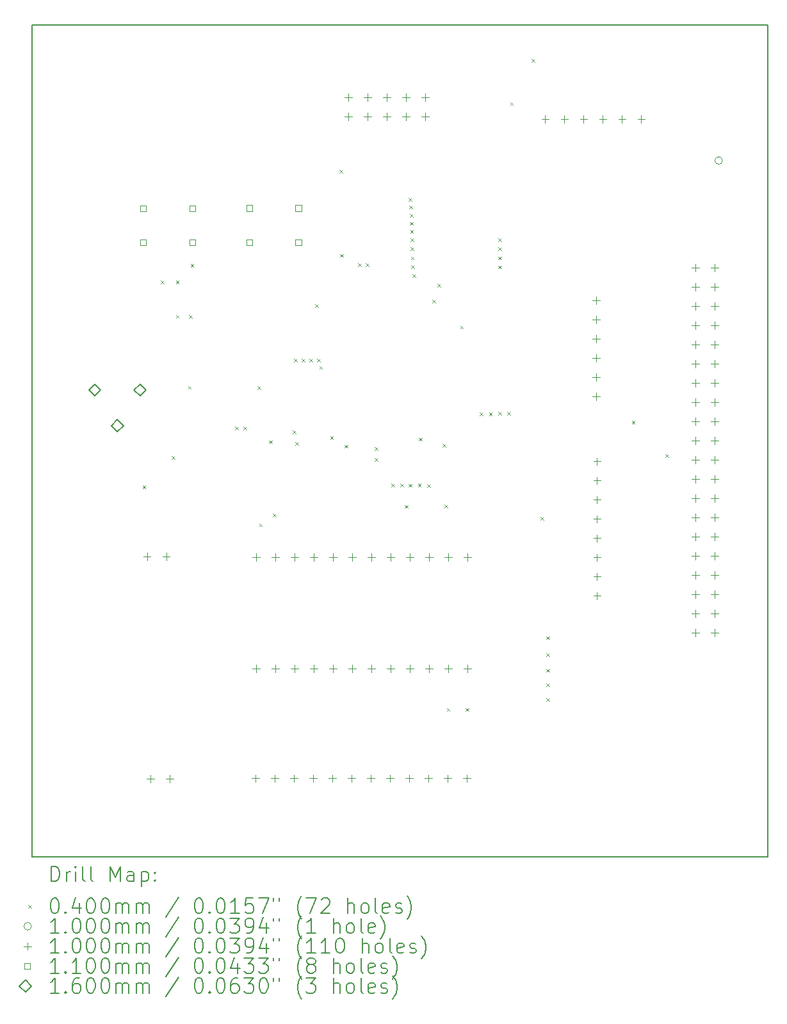
<source format=gbr>
%TF.GenerationSoftware,KiCad,Pcbnew,7.0.10*%
%TF.CreationDate,2024-03-07T18:06:18-07:00*%
%TF.ProjectId,Senior Design,53656e69-6f72-4204-9465-7369676e2e6b,rev?*%
%TF.SameCoordinates,Original*%
%TF.FileFunction,Drillmap*%
%TF.FilePolarity,Positive*%
%FSLAX45Y45*%
G04 Gerber Fmt 4.5, Leading zero omitted, Abs format (unit mm)*
G04 Created by KiCad (PCBNEW 7.0.10) date 2024-03-07 18:06:18*
%MOMM*%
%LPD*%
G01*
G04 APERTURE LIST*
%ADD10C,0.200000*%
%ADD11C,0.100000*%
%ADD12C,0.110000*%
%ADD13C,0.160000*%
G04 APERTURE END LIST*
D10*
X12200000Y-3670000D02*
X21924000Y-3670000D01*
X21924000Y-14670000D01*
X12200000Y-14670000D01*
X12200000Y-3670000D01*
D11*
X13660000Y-9755000D02*
X13700000Y-9795000D01*
X13700000Y-9755000D02*
X13660000Y-9795000D01*
X13900000Y-7050000D02*
X13940000Y-7090000D01*
X13940000Y-7050000D02*
X13900000Y-7090000D01*
X14044000Y-9370000D02*
X14084000Y-9410000D01*
X14084000Y-9370000D02*
X14044000Y-9410000D01*
X14100000Y-7050000D02*
X14140000Y-7090000D01*
X14140000Y-7050000D02*
X14100000Y-7090000D01*
X14100000Y-7500000D02*
X14140000Y-7540000D01*
X14140000Y-7500000D02*
X14100000Y-7540000D01*
X14260000Y-8440000D02*
X14300000Y-8480000D01*
X14300000Y-8440000D02*
X14260000Y-8480000D01*
X14275000Y-7502500D02*
X14315000Y-7542500D01*
X14315000Y-7502500D02*
X14275000Y-7542500D01*
X14295000Y-6830000D02*
X14335000Y-6870000D01*
X14335000Y-6830000D02*
X14295000Y-6870000D01*
X14882781Y-8975293D02*
X14922781Y-9015293D01*
X14922781Y-8975293D02*
X14882781Y-9015293D01*
X14990000Y-8980000D02*
X15030000Y-9020000D01*
X15030000Y-8980000D02*
X14990000Y-9020000D01*
X15178000Y-8442000D02*
X15218000Y-8482000D01*
X15218000Y-8442000D02*
X15178000Y-8482000D01*
X15200000Y-10260000D02*
X15240000Y-10300000D01*
X15240000Y-10260000D02*
X15200000Y-10300000D01*
X15330000Y-9160000D02*
X15370000Y-9200000D01*
X15370000Y-9160000D02*
X15330000Y-9200000D01*
X15380000Y-10130000D02*
X15420000Y-10170000D01*
X15420000Y-10130000D02*
X15380000Y-10170000D01*
X15646000Y-9028000D02*
X15686000Y-9068000D01*
X15686000Y-9028000D02*
X15646000Y-9068000D01*
X15660000Y-8080000D02*
X15700000Y-8120000D01*
X15700000Y-8080000D02*
X15660000Y-8120000D01*
X15677500Y-9179605D02*
X15717500Y-9219605D01*
X15717500Y-9179605D02*
X15677500Y-9219605D01*
X15761265Y-8081265D02*
X15801265Y-8121265D01*
X15801265Y-8081265D02*
X15761265Y-8121265D01*
X15863328Y-8081733D02*
X15903328Y-8121733D01*
X15903328Y-8081733D02*
X15863328Y-8121733D01*
X15940000Y-7360000D02*
X15980000Y-7400000D01*
X15980000Y-7360000D02*
X15940000Y-7400000D01*
X15963281Y-8078676D02*
X16003281Y-8118676D01*
X16003281Y-8078676D02*
X15963281Y-8118676D01*
X15996685Y-8176685D02*
X16036685Y-8216685D01*
X16036685Y-8176685D02*
X15996685Y-8216685D01*
X16140000Y-9107105D02*
X16180000Y-9147105D01*
X16180000Y-9107105D02*
X16140000Y-9147105D01*
X16260000Y-5580000D02*
X16300000Y-5620000D01*
X16300000Y-5580000D02*
X16260000Y-5620000D01*
X16270000Y-6695000D02*
X16310000Y-6735000D01*
X16310000Y-6695000D02*
X16270000Y-6735000D01*
X16330000Y-9220000D02*
X16370000Y-9260000D01*
X16370000Y-9220000D02*
X16330000Y-9260000D01*
X16510000Y-6820000D02*
X16550000Y-6860000D01*
X16550000Y-6820000D02*
X16510000Y-6860000D01*
X16610000Y-6820000D02*
X16650000Y-6860000D01*
X16650000Y-6820000D02*
X16610000Y-6860000D01*
X16727500Y-9250087D02*
X16767500Y-9290087D01*
X16767500Y-9250087D02*
X16727500Y-9290087D01*
X16730000Y-9390000D02*
X16770000Y-9430000D01*
X16770000Y-9390000D02*
X16730000Y-9430000D01*
X16949000Y-9729000D02*
X16989000Y-9769000D01*
X16989000Y-9729000D02*
X16949000Y-9769000D01*
X17066000Y-9731000D02*
X17106000Y-9771000D01*
X17106000Y-9731000D02*
X17066000Y-9771000D01*
X17125000Y-10014000D02*
X17165000Y-10054000D01*
X17165000Y-10014000D02*
X17125000Y-10054000D01*
X17178000Y-5955000D02*
X17218000Y-5995000D01*
X17218000Y-5955000D02*
X17178000Y-5995000D01*
X17180000Y-9736000D02*
X17220000Y-9776000D01*
X17220000Y-9736000D02*
X17180000Y-9776000D01*
X17185000Y-6057000D02*
X17225000Y-6097000D01*
X17225000Y-6057000D02*
X17185000Y-6097000D01*
X17191000Y-6164000D02*
X17231000Y-6204000D01*
X17231000Y-6164000D02*
X17191000Y-6204000D01*
X17195000Y-6273000D02*
X17235000Y-6313000D01*
X17235000Y-6273000D02*
X17195000Y-6313000D01*
X17199000Y-6379000D02*
X17239000Y-6419000D01*
X17239000Y-6379000D02*
X17199000Y-6419000D01*
X17201000Y-6491000D02*
X17241000Y-6531000D01*
X17241000Y-6491000D02*
X17201000Y-6531000D01*
X17203000Y-6608000D02*
X17243000Y-6648000D01*
X17243000Y-6608000D02*
X17203000Y-6648000D01*
X17207000Y-6729000D02*
X17247000Y-6769000D01*
X17247000Y-6729000D02*
X17207000Y-6769000D01*
X17213000Y-6846000D02*
X17253000Y-6886000D01*
X17253000Y-6846000D02*
X17213000Y-6886000D01*
X17227500Y-6963250D02*
X17267500Y-7003250D01*
X17267500Y-6963250D02*
X17227500Y-7003250D01*
X17299000Y-9733000D02*
X17339000Y-9773000D01*
X17339000Y-9733000D02*
X17299000Y-9773000D01*
X17311251Y-9125982D02*
X17351251Y-9165982D01*
X17351251Y-9125982D02*
X17311251Y-9165982D01*
X17424000Y-9739000D02*
X17464000Y-9779000D01*
X17464000Y-9739000D02*
X17424000Y-9779000D01*
X17490000Y-7300000D02*
X17530000Y-7340000D01*
X17530000Y-7300000D02*
X17490000Y-7340000D01*
X17556000Y-7092500D02*
X17596000Y-7132500D01*
X17596000Y-7092500D02*
X17556000Y-7132500D01*
X17628000Y-9205000D02*
X17668000Y-9245000D01*
X17668000Y-9205000D02*
X17628000Y-9245000D01*
X17652000Y-10012000D02*
X17692000Y-10052000D01*
X17692000Y-10012000D02*
X17652000Y-10052000D01*
X17680000Y-12700000D02*
X17720000Y-12740000D01*
X17720000Y-12700000D02*
X17680000Y-12740000D01*
X17857579Y-7644952D02*
X17897579Y-7684952D01*
X17897579Y-7644952D02*
X17857579Y-7684952D01*
X17930000Y-12700000D02*
X17970000Y-12740000D01*
X17970000Y-12700000D02*
X17930000Y-12740000D01*
X18116000Y-8789000D02*
X18156000Y-8829000D01*
X18156000Y-8789000D02*
X18116000Y-8829000D01*
X18239000Y-8792000D02*
X18279000Y-8832000D01*
X18279000Y-8792000D02*
X18239000Y-8832000D01*
X18360000Y-6491000D02*
X18400000Y-6531000D01*
X18400000Y-6491000D02*
X18360000Y-6531000D01*
X18360000Y-6609000D02*
X18400000Y-6649000D01*
X18400000Y-6609000D02*
X18360000Y-6649000D01*
X18360000Y-6729000D02*
X18400000Y-6769000D01*
X18400000Y-6729000D02*
X18360000Y-6769000D01*
X18360000Y-6848000D02*
X18400000Y-6888000D01*
X18400000Y-6848000D02*
X18360000Y-6888000D01*
X18362000Y-8785000D02*
X18402000Y-8825000D01*
X18402000Y-8785000D02*
X18362000Y-8825000D01*
X18482000Y-8782000D02*
X18522000Y-8822000D01*
X18522000Y-8782000D02*
X18482000Y-8822000D01*
X18519000Y-4689000D02*
X18559000Y-4729000D01*
X18559000Y-4689000D02*
X18519000Y-4729000D01*
X18805000Y-4118000D02*
X18845000Y-4158000D01*
X18845000Y-4118000D02*
X18805000Y-4158000D01*
X18923000Y-10174000D02*
X18963000Y-10214000D01*
X18963000Y-10174000D02*
X18923000Y-10214000D01*
X18997000Y-11972000D02*
X19037000Y-12012000D01*
X19037000Y-11972000D02*
X18997000Y-12012000D01*
X18997000Y-12183000D02*
X19037000Y-12223000D01*
X19037000Y-12183000D02*
X18997000Y-12223000D01*
X18997000Y-12375000D02*
X19037000Y-12415000D01*
X19037000Y-12375000D02*
X18997000Y-12415000D01*
X18998000Y-12568000D02*
X19038000Y-12608000D01*
X19038000Y-12568000D02*
X18998000Y-12608000D01*
X19000000Y-11750000D02*
X19040000Y-11790000D01*
X19040000Y-11750000D02*
X19000000Y-11790000D01*
X20127000Y-8900000D02*
X20167000Y-8940000D01*
X20167000Y-8900000D02*
X20127000Y-8940000D01*
X20570500Y-9343000D02*
X20610500Y-9383000D01*
X20610500Y-9343000D02*
X20570500Y-9383000D01*
X21327000Y-5460000D02*
G75*
G03*
X21227000Y-5460000I-50000J0D01*
G01*
X21227000Y-5460000D02*
G75*
G03*
X21327000Y-5460000I50000J0D01*
G01*
X13718000Y-10645000D02*
X13718000Y-10745000D01*
X13668000Y-10695000D02*
X13768000Y-10695000D01*
X13763000Y-13584000D02*
X13763000Y-13684000D01*
X13713000Y-13634000D02*
X13813000Y-13634000D01*
X13972000Y-10645000D02*
X13972000Y-10745000D01*
X13922000Y-10695000D02*
X14022000Y-10695000D01*
X14017000Y-13584000D02*
X14017000Y-13684000D01*
X13967000Y-13634000D02*
X14067000Y-13634000D01*
X15154000Y-13579000D02*
X15154000Y-13679000D01*
X15104000Y-13629000D02*
X15204000Y-13629000D01*
X15158000Y-10651000D02*
X15158000Y-10751000D01*
X15108000Y-10701000D02*
X15208000Y-10701000D01*
X15162000Y-12126000D02*
X15162000Y-12226000D01*
X15112000Y-12176000D02*
X15212000Y-12176000D01*
X15408000Y-13579000D02*
X15408000Y-13679000D01*
X15358000Y-13629000D02*
X15458000Y-13629000D01*
X15412000Y-10651000D02*
X15412000Y-10751000D01*
X15362000Y-10701000D02*
X15462000Y-10701000D01*
X15416000Y-12126000D02*
X15416000Y-12226000D01*
X15366000Y-12176000D02*
X15466000Y-12176000D01*
X15662000Y-13579000D02*
X15662000Y-13679000D01*
X15612000Y-13629000D02*
X15712000Y-13629000D01*
X15666000Y-10651000D02*
X15666000Y-10751000D01*
X15616000Y-10701000D02*
X15716000Y-10701000D01*
X15670000Y-12126000D02*
X15670000Y-12226000D01*
X15620000Y-12176000D02*
X15720000Y-12176000D01*
X15916000Y-13579000D02*
X15916000Y-13679000D01*
X15866000Y-13629000D02*
X15966000Y-13629000D01*
X15920000Y-10651000D02*
X15920000Y-10751000D01*
X15870000Y-10701000D02*
X15970000Y-10701000D01*
X15924000Y-12126000D02*
X15924000Y-12226000D01*
X15874000Y-12176000D02*
X15974000Y-12176000D01*
X16170000Y-13579000D02*
X16170000Y-13679000D01*
X16120000Y-13629000D02*
X16220000Y-13629000D01*
X16174000Y-10651000D02*
X16174000Y-10751000D01*
X16124000Y-10701000D02*
X16224000Y-10701000D01*
X16178000Y-12126000D02*
X16178000Y-12226000D01*
X16128000Y-12176000D02*
X16228000Y-12176000D01*
X16379000Y-4572000D02*
X16379000Y-4672000D01*
X16329000Y-4622000D02*
X16429000Y-4622000D01*
X16379000Y-4826000D02*
X16379000Y-4926000D01*
X16329000Y-4876000D02*
X16429000Y-4876000D01*
X16424000Y-13579000D02*
X16424000Y-13679000D01*
X16374000Y-13629000D02*
X16474000Y-13629000D01*
X16428000Y-10651000D02*
X16428000Y-10751000D01*
X16378000Y-10701000D02*
X16478000Y-10701000D01*
X16432000Y-12126000D02*
X16432000Y-12226000D01*
X16382000Y-12176000D02*
X16482000Y-12176000D01*
X16633000Y-4572000D02*
X16633000Y-4672000D01*
X16583000Y-4622000D02*
X16683000Y-4622000D01*
X16633000Y-4826000D02*
X16633000Y-4926000D01*
X16583000Y-4876000D02*
X16683000Y-4876000D01*
X16678000Y-13579000D02*
X16678000Y-13679000D01*
X16628000Y-13629000D02*
X16728000Y-13629000D01*
X16682000Y-10651000D02*
X16682000Y-10751000D01*
X16632000Y-10701000D02*
X16732000Y-10701000D01*
X16686000Y-12126000D02*
X16686000Y-12226000D01*
X16636000Y-12176000D02*
X16736000Y-12176000D01*
X16887000Y-4572000D02*
X16887000Y-4672000D01*
X16837000Y-4622000D02*
X16937000Y-4622000D01*
X16887000Y-4826000D02*
X16887000Y-4926000D01*
X16837000Y-4876000D02*
X16937000Y-4876000D01*
X16932000Y-13579000D02*
X16932000Y-13679000D01*
X16882000Y-13629000D02*
X16982000Y-13629000D01*
X16936000Y-10651000D02*
X16936000Y-10751000D01*
X16886000Y-10701000D02*
X16986000Y-10701000D01*
X16940000Y-12126000D02*
X16940000Y-12226000D01*
X16890000Y-12176000D02*
X16990000Y-12176000D01*
X17141000Y-4572000D02*
X17141000Y-4672000D01*
X17091000Y-4622000D02*
X17191000Y-4622000D01*
X17141000Y-4826000D02*
X17141000Y-4926000D01*
X17091000Y-4876000D02*
X17191000Y-4876000D01*
X17186000Y-13579000D02*
X17186000Y-13679000D01*
X17136000Y-13629000D02*
X17236000Y-13629000D01*
X17190000Y-10651000D02*
X17190000Y-10751000D01*
X17140000Y-10701000D02*
X17240000Y-10701000D01*
X17194000Y-12126000D02*
X17194000Y-12226000D01*
X17144000Y-12176000D02*
X17244000Y-12176000D01*
X17395000Y-4572000D02*
X17395000Y-4672000D01*
X17345000Y-4622000D02*
X17445000Y-4622000D01*
X17395000Y-4826000D02*
X17395000Y-4926000D01*
X17345000Y-4876000D02*
X17445000Y-4876000D01*
X17440000Y-13579000D02*
X17440000Y-13679000D01*
X17390000Y-13629000D02*
X17490000Y-13629000D01*
X17444000Y-10651000D02*
X17444000Y-10751000D01*
X17394000Y-10701000D02*
X17494000Y-10701000D01*
X17448000Y-12126000D02*
X17448000Y-12226000D01*
X17398000Y-12176000D02*
X17498000Y-12176000D01*
X17694000Y-13579000D02*
X17694000Y-13679000D01*
X17644000Y-13629000D02*
X17744000Y-13629000D01*
X17698000Y-10651000D02*
X17698000Y-10751000D01*
X17648000Y-10701000D02*
X17748000Y-10701000D01*
X17702000Y-12126000D02*
X17702000Y-12226000D01*
X17652000Y-12176000D02*
X17752000Y-12176000D01*
X17948000Y-13579000D02*
X17948000Y-13679000D01*
X17898000Y-13629000D02*
X17998000Y-13629000D01*
X17952000Y-10651000D02*
X17952000Y-10751000D01*
X17902000Y-10701000D02*
X18002000Y-10701000D01*
X17956000Y-12126000D02*
X17956000Y-12226000D01*
X17906000Y-12176000D02*
X18006000Y-12176000D01*
X18983000Y-4865000D02*
X18983000Y-4965000D01*
X18933000Y-4915000D02*
X19033000Y-4915000D01*
X19237000Y-4865000D02*
X19237000Y-4965000D01*
X19187000Y-4915000D02*
X19287000Y-4915000D01*
X19491000Y-4865000D02*
X19491000Y-4965000D01*
X19441000Y-4915000D02*
X19541000Y-4915000D01*
X19658000Y-7261000D02*
X19658000Y-7361000D01*
X19608000Y-7311000D02*
X19708000Y-7311000D01*
X19658000Y-7515000D02*
X19658000Y-7615000D01*
X19608000Y-7565000D02*
X19708000Y-7565000D01*
X19658000Y-7769000D02*
X19658000Y-7869000D01*
X19608000Y-7819000D02*
X19708000Y-7819000D01*
X19658000Y-8023000D02*
X19658000Y-8123000D01*
X19608000Y-8073000D02*
X19708000Y-8073000D01*
X19658000Y-8277000D02*
X19658000Y-8377000D01*
X19608000Y-8327000D02*
X19708000Y-8327000D01*
X19658000Y-8531000D02*
X19658000Y-8631000D01*
X19608000Y-8581000D02*
X19708000Y-8581000D01*
X19669000Y-9388000D02*
X19669000Y-9488000D01*
X19619000Y-9438000D02*
X19719000Y-9438000D01*
X19669000Y-9642000D02*
X19669000Y-9742000D01*
X19619000Y-9692000D02*
X19719000Y-9692000D01*
X19669000Y-9896000D02*
X19669000Y-9996000D01*
X19619000Y-9946000D02*
X19719000Y-9946000D01*
X19669000Y-10150000D02*
X19669000Y-10250000D01*
X19619000Y-10200000D02*
X19719000Y-10200000D01*
X19669000Y-10404000D02*
X19669000Y-10504000D01*
X19619000Y-10454000D02*
X19719000Y-10454000D01*
X19669000Y-10658000D02*
X19669000Y-10758000D01*
X19619000Y-10708000D02*
X19719000Y-10708000D01*
X19669000Y-10912000D02*
X19669000Y-11012000D01*
X19619000Y-10962000D02*
X19719000Y-10962000D01*
X19669000Y-11166000D02*
X19669000Y-11266000D01*
X19619000Y-11216000D02*
X19719000Y-11216000D01*
X19745000Y-4865000D02*
X19745000Y-4965000D01*
X19695000Y-4915000D02*
X19795000Y-4915000D01*
X19999000Y-4865000D02*
X19999000Y-4965000D01*
X19949000Y-4915000D02*
X20049000Y-4915000D01*
X20253000Y-4865000D02*
X20253000Y-4965000D01*
X20203000Y-4915000D02*
X20303000Y-4915000D01*
X20966000Y-6824000D02*
X20966000Y-6924000D01*
X20916000Y-6874000D02*
X21016000Y-6874000D01*
X20966000Y-7078000D02*
X20966000Y-7178000D01*
X20916000Y-7128000D02*
X21016000Y-7128000D01*
X20966000Y-7332000D02*
X20966000Y-7432000D01*
X20916000Y-7382000D02*
X21016000Y-7382000D01*
X20966000Y-7586000D02*
X20966000Y-7686000D01*
X20916000Y-7636000D02*
X21016000Y-7636000D01*
X20966000Y-7840000D02*
X20966000Y-7940000D01*
X20916000Y-7890000D02*
X21016000Y-7890000D01*
X20966000Y-8094000D02*
X20966000Y-8194000D01*
X20916000Y-8144000D02*
X21016000Y-8144000D01*
X20966000Y-8348000D02*
X20966000Y-8448000D01*
X20916000Y-8398000D02*
X21016000Y-8398000D01*
X20966000Y-8602000D02*
X20966000Y-8702000D01*
X20916000Y-8652000D02*
X21016000Y-8652000D01*
X20966000Y-8856000D02*
X20966000Y-8956000D01*
X20916000Y-8906000D02*
X21016000Y-8906000D01*
X20966000Y-9110000D02*
X20966000Y-9210000D01*
X20916000Y-9160000D02*
X21016000Y-9160000D01*
X20966000Y-9364000D02*
X20966000Y-9464000D01*
X20916000Y-9414000D02*
X21016000Y-9414000D01*
X20966000Y-9618000D02*
X20966000Y-9718000D01*
X20916000Y-9668000D02*
X21016000Y-9668000D01*
X20966000Y-9872000D02*
X20966000Y-9972000D01*
X20916000Y-9922000D02*
X21016000Y-9922000D01*
X20966000Y-10126000D02*
X20966000Y-10226000D01*
X20916000Y-10176000D02*
X21016000Y-10176000D01*
X20966000Y-10380000D02*
X20966000Y-10480000D01*
X20916000Y-10430000D02*
X21016000Y-10430000D01*
X20966000Y-10634000D02*
X20966000Y-10734000D01*
X20916000Y-10684000D02*
X21016000Y-10684000D01*
X20966000Y-10888000D02*
X20966000Y-10988000D01*
X20916000Y-10938000D02*
X21016000Y-10938000D01*
X20966000Y-11142000D02*
X20966000Y-11242000D01*
X20916000Y-11192000D02*
X21016000Y-11192000D01*
X20966000Y-11396000D02*
X20966000Y-11496000D01*
X20916000Y-11446000D02*
X21016000Y-11446000D01*
X20966000Y-11650000D02*
X20966000Y-11750000D01*
X20916000Y-11700000D02*
X21016000Y-11700000D01*
X21220000Y-6824000D02*
X21220000Y-6924000D01*
X21170000Y-6874000D02*
X21270000Y-6874000D01*
X21220000Y-7078000D02*
X21220000Y-7178000D01*
X21170000Y-7128000D02*
X21270000Y-7128000D01*
X21220000Y-7332000D02*
X21220000Y-7432000D01*
X21170000Y-7382000D02*
X21270000Y-7382000D01*
X21220000Y-7586000D02*
X21220000Y-7686000D01*
X21170000Y-7636000D02*
X21270000Y-7636000D01*
X21220000Y-7840000D02*
X21220000Y-7940000D01*
X21170000Y-7890000D02*
X21270000Y-7890000D01*
X21220000Y-8094000D02*
X21220000Y-8194000D01*
X21170000Y-8144000D02*
X21270000Y-8144000D01*
X21220000Y-8348000D02*
X21220000Y-8448000D01*
X21170000Y-8398000D02*
X21270000Y-8398000D01*
X21220000Y-8602000D02*
X21220000Y-8702000D01*
X21170000Y-8652000D02*
X21270000Y-8652000D01*
X21220000Y-8856000D02*
X21220000Y-8956000D01*
X21170000Y-8906000D02*
X21270000Y-8906000D01*
X21220000Y-9110000D02*
X21220000Y-9210000D01*
X21170000Y-9160000D02*
X21270000Y-9160000D01*
X21220000Y-9364000D02*
X21220000Y-9464000D01*
X21170000Y-9414000D02*
X21270000Y-9414000D01*
X21220000Y-9618000D02*
X21220000Y-9718000D01*
X21170000Y-9668000D02*
X21270000Y-9668000D01*
X21220000Y-9872000D02*
X21220000Y-9972000D01*
X21170000Y-9922000D02*
X21270000Y-9922000D01*
X21220000Y-10126000D02*
X21220000Y-10226000D01*
X21170000Y-10176000D02*
X21270000Y-10176000D01*
X21220000Y-10380000D02*
X21220000Y-10480000D01*
X21170000Y-10430000D02*
X21270000Y-10430000D01*
X21220000Y-10634000D02*
X21220000Y-10734000D01*
X21170000Y-10684000D02*
X21270000Y-10684000D01*
X21220000Y-10888000D02*
X21220000Y-10988000D01*
X21170000Y-10938000D02*
X21270000Y-10938000D01*
X21220000Y-11142000D02*
X21220000Y-11242000D01*
X21170000Y-11192000D02*
X21270000Y-11192000D01*
X21220000Y-11396000D02*
X21220000Y-11496000D01*
X21170000Y-11446000D02*
X21270000Y-11446000D01*
X21220000Y-11650000D02*
X21220000Y-11750000D01*
X21170000Y-11700000D02*
X21270000Y-11700000D01*
D12*
X13703891Y-6133891D02*
X13703891Y-6056109D01*
X13626109Y-6056109D01*
X13626109Y-6133891D01*
X13703891Y-6133891D01*
X13703891Y-6583891D02*
X13703891Y-6506109D01*
X13626109Y-6506109D01*
X13626109Y-6583891D01*
X13703891Y-6583891D01*
X14353891Y-6133891D02*
X14353891Y-6056109D01*
X14276109Y-6056109D01*
X14276109Y-6133891D01*
X14353891Y-6133891D01*
X14353891Y-6583891D02*
X14353891Y-6506109D01*
X14276109Y-6506109D01*
X14276109Y-6583891D01*
X14353891Y-6583891D01*
X15108891Y-6128891D02*
X15108891Y-6051109D01*
X15031109Y-6051109D01*
X15031109Y-6128891D01*
X15108891Y-6128891D01*
X15108891Y-6578891D02*
X15108891Y-6501109D01*
X15031109Y-6501109D01*
X15031109Y-6578891D01*
X15108891Y-6578891D01*
X15758891Y-6128891D02*
X15758891Y-6051109D01*
X15681109Y-6051109D01*
X15681109Y-6128891D01*
X15758891Y-6128891D01*
X15758891Y-6578891D02*
X15758891Y-6501109D01*
X15681109Y-6501109D01*
X15681109Y-6578891D01*
X15758891Y-6578891D01*
D13*
X13027000Y-8574000D02*
X13107000Y-8494000D01*
X13027000Y-8414000D01*
X12947000Y-8494000D01*
X13027000Y-8574000D01*
X13327000Y-9044000D02*
X13407000Y-8964000D01*
X13327000Y-8884000D01*
X13247000Y-8964000D01*
X13327000Y-9044000D01*
X13627000Y-8574000D02*
X13707000Y-8494000D01*
X13627000Y-8414000D01*
X13547000Y-8494000D01*
X13627000Y-8574000D01*
D10*
X12450777Y-14991484D02*
X12450777Y-14791484D01*
X12450777Y-14791484D02*
X12498396Y-14791484D01*
X12498396Y-14791484D02*
X12526967Y-14801008D01*
X12526967Y-14801008D02*
X12546015Y-14820055D01*
X12546015Y-14820055D02*
X12555539Y-14839103D01*
X12555539Y-14839103D02*
X12565062Y-14877198D01*
X12565062Y-14877198D02*
X12565062Y-14905769D01*
X12565062Y-14905769D02*
X12555539Y-14943865D01*
X12555539Y-14943865D02*
X12546015Y-14962912D01*
X12546015Y-14962912D02*
X12526967Y-14981960D01*
X12526967Y-14981960D02*
X12498396Y-14991484D01*
X12498396Y-14991484D02*
X12450777Y-14991484D01*
X12650777Y-14991484D02*
X12650777Y-14858150D01*
X12650777Y-14896246D02*
X12660301Y-14877198D01*
X12660301Y-14877198D02*
X12669824Y-14867674D01*
X12669824Y-14867674D02*
X12688872Y-14858150D01*
X12688872Y-14858150D02*
X12707920Y-14858150D01*
X12774586Y-14991484D02*
X12774586Y-14858150D01*
X12774586Y-14791484D02*
X12765062Y-14801008D01*
X12765062Y-14801008D02*
X12774586Y-14810531D01*
X12774586Y-14810531D02*
X12784110Y-14801008D01*
X12784110Y-14801008D02*
X12774586Y-14791484D01*
X12774586Y-14791484D02*
X12774586Y-14810531D01*
X12898396Y-14991484D02*
X12879348Y-14981960D01*
X12879348Y-14981960D02*
X12869824Y-14962912D01*
X12869824Y-14962912D02*
X12869824Y-14791484D01*
X13003158Y-14991484D02*
X12984110Y-14981960D01*
X12984110Y-14981960D02*
X12974586Y-14962912D01*
X12974586Y-14962912D02*
X12974586Y-14791484D01*
X13231729Y-14991484D02*
X13231729Y-14791484D01*
X13231729Y-14791484D02*
X13298396Y-14934341D01*
X13298396Y-14934341D02*
X13365062Y-14791484D01*
X13365062Y-14791484D02*
X13365062Y-14991484D01*
X13546015Y-14991484D02*
X13546015Y-14886722D01*
X13546015Y-14886722D02*
X13536491Y-14867674D01*
X13536491Y-14867674D02*
X13517443Y-14858150D01*
X13517443Y-14858150D02*
X13479348Y-14858150D01*
X13479348Y-14858150D02*
X13460301Y-14867674D01*
X13546015Y-14981960D02*
X13526967Y-14991484D01*
X13526967Y-14991484D02*
X13479348Y-14991484D01*
X13479348Y-14991484D02*
X13460301Y-14981960D01*
X13460301Y-14981960D02*
X13450777Y-14962912D01*
X13450777Y-14962912D02*
X13450777Y-14943865D01*
X13450777Y-14943865D02*
X13460301Y-14924817D01*
X13460301Y-14924817D02*
X13479348Y-14915293D01*
X13479348Y-14915293D02*
X13526967Y-14915293D01*
X13526967Y-14915293D02*
X13546015Y-14905769D01*
X13641253Y-14858150D02*
X13641253Y-15058150D01*
X13641253Y-14867674D02*
X13660301Y-14858150D01*
X13660301Y-14858150D02*
X13698396Y-14858150D01*
X13698396Y-14858150D02*
X13717443Y-14867674D01*
X13717443Y-14867674D02*
X13726967Y-14877198D01*
X13726967Y-14877198D02*
X13736491Y-14896246D01*
X13736491Y-14896246D02*
X13736491Y-14953388D01*
X13736491Y-14953388D02*
X13726967Y-14972436D01*
X13726967Y-14972436D02*
X13717443Y-14981960D01*
X13717443Y-14981960D02*
X13698396Y-14991484D01*
X13698396Y-14991484D02*
X13660301Y-14991484D01*
X13660301Y-14991484D02*
X13641253Y-14981960D01*
X13822205Y-14972436D02*
X13831729Y-14981960D01*
X13831729Y-14981960D02*
X13822205Y-14991484D01*
X13822205Y-14991484D02*
X13812682Y-14981960D01*
X13812682Y-14981960D02*
X13822205Y-14972436D01*
X13822205Y-14972436D02*
X13822205Y-14991484D01*
X13822205Y-14867674D02*
X13831729Y-14877198D01*
X13831729Y-14877198D02*
X13822205Y-14886722D01*
X13822205Y-14886722D02*
X13812682Y-14877198D01*
X13812682Y-14877198D02*
X13822205Y-14867674D01*
X13822205Y-14867674D02*
X13822205Y-14886722D01*
D11*
X12150000Y-15300000D02*
X12190000Y-15340000D01*
X12190000Y-15300000D02*
X12150000Y-15340000D01*
D10*
X12488872Y-15211484D02*
X12507920Y-15211484D01*
X12507920Y-15211484D02*
X12526967Y-15221008D01*
X12526967Y-15221008D02*
X12536491Y-15230531D01*
X12536491Y-15230531D02*
X12546015Y-15249579D01*
X12546015Y-15249579D02*
X12555539Y-15287674D01*
X12555539Y-15287674D02*
X12555539Y-15335293D01*
X12555539Y-15335293D02*
X12546015Y-15373388D01*
X12546015Y-15373388D02*
X12536491Y-15392436D01*
X12536491Y-15392436D02*
X12526967Y-15401960D01*
X12526967Y-15401960D02*
X12507920Y-15411484D01*
X12507920Y-15411484D02*
X12488872Y-15411484D01*
X12488872Y-15411484D02*
X12469824Y-15401960D01*
X12469824Y-15401960D02*
X12460301Y-15392436D01*
X12460301Y-15392436D02*
X12450777Y-15373388D01*
X12450777Y-15373388D02*
X12441253Y-15335293D01*
X12441253Y-15335293D02*
X12441253Y-15287674D01*
X12441253Y-15287674D02*
X12450777Y-15249579D01*
X12450777Y-15249579D02*
X12460301Y-15230531D01*
X12460301Y-15230531D02*
X12469824Y-15221008D01*
X12469824Y-15221008D02*
X12488872Y-15211484D01*
X12641253Y-15392436D02*
X12650777Y-15401960D01*
X12650777Y-15401960D02*
X12641253Y-15411484D01*
X12641253Y-15411484D02*
X12631729Y-15401960D01*
X12631729Y-15401960D02*
X12641253Y-15392436D01*
X12641253Y-15392436D02*
X12641253Y-15411484D01*
X12822205Y-15278150D02*
X12822205Y-15411484D01*
X12774586Y-15201960D02*
X12726967Y-15344817D01*
X12726967Y-15344817D02*
X12850777Y-15344817D01*
X12965062Y-15211484D02*
X12984110Y-15211484D01*
X12984110Y-15211484D02*
X13003158Y-15221008D01*
X13003158Y-15221008D02*
X13012682Y-15230531D01*
X13012682Y-15230531D02*
X13022205Y-15249579D01*
X13022205Y-15249579D02*
X13031729Y-15287674D01*
X13031729Y-15287674D02*
X13031729Y-15335293D01*
X13031729Y-15335293D02*
X13022205Y-15373388D01*
X13022205Y-15373388D02*
X13012682Y-15392436D01*
X13012682Y-15392436D02*
X13003158Y-15401960D01*
X13003158Y-15401960D02*
X12984110Y-15411484D01*
X12984110Y-15411484D02*
X12965062Y-15411484D01*
X12965062Y-15411484D02*
X12946015Y-15401960D01*
X12946015Y-15401960D02*
X12936491Y-15392436D01*
X12936491Y-15392436D02*
X12926967Y-15373388D01*
X12926967Y-15373388D02*
X12917443Y-15335293D01*
X12917443Y-15335293D02*
X12917443Y-15287674D01*
X12917443Y-15287674D02*
X12926967Y-15249579D01*
X12926967Y-15249579D02*
X12936491Y-15230531D01*
X12936491Y-15230531D02*
X12946015Y-15221008D01*
X12946015Y-15221008D02*
X12965062Y-15211484D01*
X13155539Y-15211484D02*
X13174586Y-15211484D01*
X13174586Y-15211484D02*
X13193634Y-15221008D01*
X13193634Y-15221008D02*
X13203158Y-15230531D01*
X13203158Y-15230531D02*
X13212682Y-15249579D01*
X13212682Y-15249579D02*
X13222205Y-15287674D01*
X13222205Y-15287674D02*
X13222205Y-15335293D01*
X13222205Y-15335293D02*
X13212682Y-15373388D01*
X13212682Y-15373388D02*
X13203158Y-15392436D01*
X13203158Y-15392436D02*
X13193634Y-15401960D01*
X13193634Y-15401960D02*
X13174586Y-15411484D01*
X13174586Y-15411484D02*
X13155539Y-15411484D01*
X13155539Y-15411484D02*
X13136491Y-15401960D01*
X13136491Y-15401960D02*
X13126967Y-15392436D01*
X13126967Y-15392436D02*
X13117443Y-15373388D01*
X13117443Y-15373388D02*
X13107920Y-15335293D01*
X13107920Y-15335293D02*
X13107920Y-15287674D01*
X13107920Y-15287674D02*
X13117443Y-15249579D01*
X13117443Y-15249579D02*
X13126967Y-15230531D01*
X13126967Y-15230531D02*
X13136491Y-15221008D01*
X13136491Y-15221008D02*
X13155539Y-15211484D01*
X13307920Y-15411484D02*
X13307920Y-15278150D01*
X13307920Y-15297198D02*
X13317443Y-15287674D01*
X13317443Y-15287674D02*
X13336491Y-15278150D01*
X13336491Y-15278150D02*
X13365063Y-15278150D01*
X13365063Y-15278150D02*
X13384110Y-15287674D01*
X13384110Y-15287674D02*
X13393634Y-15306722D01*
X13393634Y-15306722D02*
X13393634Y-15411484D01*
X13393634Y-15306722D02*
X13403158Y-15287674D01*
X13403158Y-15287674D02*
X13422205Y-15278150D01*
X13422205Y-15278150D02*
X13450777Y-15278150D01*
X13450777Y-15278150D02*
X13469824Y-15287674D01*
X13469824Y-15287674D02*
X13479348Y-15306722D01*
X13479348Y-15306722D02*
X13479348Y-15411484D01*
X13574586Y-15411484D02*
X13574586Y-15278150D01*
X13574586Y-15297198D02*
X13584110Y-15287674D01*
X13584110Y-15287674D02*
X13603158Y-15278150D01*
X13603158Y-15278150D02*
X13631729Y-15278150D01*
X13631729Y-15278150D02*
X13650777Y-15287674D01*
X13650777Y-15287674D02*
X13660301Y-15306722D01*
X13660301Y-15306722D02*
X13660301Y-15411484D01*
X13660301Y-15306722D02*
X13669824Y-15287674D01*
X13669824Y-15287674D02*
X13688872Y-15278150D01*
X13688872Y-15278150D02*
X13717443Y-15278150D01*
X13717443Y-15278150D02*
X13736491Y-15287674D01*
X13736491Y-15287674D02*
X13746015Y-15306722D01*
X13746015Y-15306722D02*
X13746015Y-15411484D01*
X14136491Y-15201960D02*
X13965063Y-15459103D01*
X14393634Y-15211484D02*
X14412682Y-15211484D01*
X14412682Y-15211484D02*
X14431729Y-15221008D01*
X14431729Y-15221008D02*
X14441253Y-15230531D01*
X14441253Y-15230531D02*
X14450777Y-15249579D01*
X14450777Y-15249579D02*
X14460301Y-15287674D01*
X14460301Y-15287674D02*
X14460301Y-15335293D01*
X14460301Y-15335293D02*
X14450777Y-15373388D01*
X14450777Y-15373388D02*
X14441253Y-15392436D01*
X14441253Y-15392436D02*
X14431729Y-15401960D01*
X14431729Y-15401960D02*
X14412682Y-15411484D01*
X14412682Y-15411484D02*
X14393634Y-15411484D01*
X14393634Y-15411484D02*
X14374586Y-15401960D01*
X14374586Y-15401960D02*
X14365063Y-15392436D01*
X14365063Y-15392436D02*
X14355539Y-15373388D01*
X14355539Y-15373388D02*
X14346015Y-15335293D01*
X14346015Y-15335293D02*
X14346015Y-15287674D01*
X14346015Y-15287674D02*
X14355539Y-15249579D01*
X14355539Y-15249579D02*
X14365063Y-15230531D01*
X14365063Y-15230531D02*
X14374586Y-15221008D01*
X14374586Y-15221008D02*
X14393634Y-15211484D01*
X14546015Y-15392436D02*
X14555539Y-15401960D01*
X14555539Y-15401960D02*
X14546015Y-15411484D01*
X14546015Y-15411484D02*
X14536491Y-15401960D01*
X14536491Y-15401960D02*
X14546015Y-15392436D01*
X14546015Y-15392436D02*
X14546015Y-15411484D01*
X14679348Y-15211484D02*
X14698396Y-15211484D01*
X14698396Y-15211484D02*
X14717444Y-15221008D01*
X14717444Y-15221008D02*
X14726967Y-15230531D01*
X14726967Y-15230531D02*
X14736491Y-15249579D01*
X14736491Y-15249579D02*
X14746015Y-15287674D01*
X14746015Y-15287674D02*
X14746015Y-15335293D01*
X14746015Y-15335293D02*
X14736491Y-15373388D01*
X14736491Y-15373388D02*
X14726967Y-15392436D01*
X14726967Y-15392436D02*
X14717444Y-15401960D01*
X14717444Y-15401960D02*
X14698396Y-15411484D01*
X14698396Y-15411484D02*
X14679348Y-15411484D01*
X14679348Y-15411484D02*
X14660301Y-15401960D01*
X14660301Y-15401960D02*
X14650777Y-15392436D01*
X14650777Y-15392436D02*
X14641253Y-15373388D01*
X14641253Y-15373388D02*
X14631729Y-15335293D01*
X14631729Y-15335293D02*
X14631729Y-15287674D01*
X14631729Y-15287674D02*
X14641253Y-15249579D01*
X14641253Y-15249579D02*
X14650777Y-15230531D01*
X14650777Y-15230531D02*
X14660301Y-15221008D01*
X14660301Y-15221008D02*
X14679348Y-15211484D01*
X14936491Y-15411484D02*
X14822206Y-15411484D01*
X14879348Y-15411484D02*
X14879348Y-15211484D01*
X14879348Y-15211484D02*
X14860301Y-15240055D01*
X14860301Y-15240055D02*
X14841253Y-15259103D01*
X14841253Y-15259103D02*
X14822206Y-15268627D01*
X15117444Y-15211484D02*
X15022206Y-15211484D01*
X15022206Y-15211484D02*
X15012682Y-15306722D01*
X15012682Y-15306722D02*
X15022206Y-15297198D01*
X15022206Y-15297198D02*
X15041253Y-15287674D01*
X15041253Y-15287674D02*
X15088872Y-15287674D01*
X15088872Y-15287674D02*
X15107920Y-15297198D01*
X15107920Y-15297198D02*
X15117444Y-15306722D01*
X15117444Y-15306722D02*
X15126967Y-15325769D01*
X15126967Y-15325769D02*
X15126967Y-15373388D01*
X15126967Y-15373388D02*
X15117444Y-15392436D01*
X15117444Y-15392436D02*
X15107920Y-15401960D01*
X15107920Y-15401960D02*
X15088872Y-15411484D01*
X15088872Y-15411484D02*
X15041253Y-15411484D01*
X15041253Y-15411484D02*
X15022206Y-15401960D01*
X15022206Y-15401960D02*
X15012682Y-15392436D01*
X15193634Y-15211484D02*
X15326967Y-15211484D01*
X15326967Y-15211484D02*
X15241253Y-15411484D01*
X15393634Y-15211484D02*
X15393634Y-15249579D01*
X15469825Y-15211484D02*
X15469825Y-15249579D01*
X15765063Y-15487674D02*
X15755539Y-15478150D01*
X15755539Y-15478150D02*
X15736491Y-15449579D01*
X15736491Y-15449579D02*
X15726968Y-15430531D01*
X15726968Y-15430531D02*
X15717444Y-15401960D01*
X15717444Y-15401960D02*
X15707920Y-15354341D01*
X15707920Y-15354341D02*
X15707920Y-15316246D01*
X15707920Y-15316246D02*
X15717444Y-15268627D01*
X15717444Y-15268627D02*
X15726968Y-15240055D01*
X15726968Y-15240055D02*
X15736491Y-15221008D01*
X15736491Y-15221008D02*
X15755539Y-15192436D01*
X15755539Y-15192436D02*
X15765063Y-15182912D01*
X15822206Y-15211484D02*
X15955539Y-15211484D01*
X15955539Y-15211484D02*
X15869825Y-15411484D01*
X16022206Y-15230531D02*
X16031729Y-15221008D01*
X16031729Y-15221008D02*
X16050777Y-15211484D01*
X16050777Y-15211484D02*
X16098396Y-15211484D01*
X16098396Y-15211484D02*
X16117444Y-15221008D01*
X16117444Y-15221008D02*
X16126968Y-15230531D01*
X16126968Y-15230531D02*
X16136491Y-15249579D01*
X16136491Y-15249579D02*
X16136491Y-15268627D01*
X16136491Y-15268627D02*
X16126968Y-15297198D01*
X16126968Y-15297198D02*
X16012682Y-15411484D01*
X16012682Y-15411484D02*
X16136491Y-15411484D01*
X16374587Y-15411484D02*
X16374587Y-15211484D01*
X16460301Y-15411484D02*
X16460301Y-15306722D01*
X16460301Y-15306722D02*
X16450777Y-15287674D01*
X16450777Y-15287674D02*
X16431730Y-15278150D01*
X16431730Y-15278150D02*
X16403158Y-15278150D01*
X16403158Y-15278150D02*
X16384110Y-15287674D01*
X16384110Y-15287674D02*
X16374587Y-15297198D01*
X16584110Y-15411484D02*
X16565063Y-15401960D01*
X16565063Y-15401960D02*
X16555539Y-15392436D01*
X16555539Y-15392436D02*
X16546015Y-15373388D01*
X16546015Y-15373388D02*
X16546015Y-15316246D01*
X16546015Y-15316246D02*
X16555539Y-15297198D01*
X16555539Y-15297198D02*
X16565063Y-15287674D01*
X16565063Y-15287674D02*
X16584110Y-15278150D01*
X16584110Y-15278150D02*
X16612682Y-15278150D01*
X16612682Y-15278150D02*
X16631730Y-15287674D01*
X16631730Y-15287674D02*
X16641253Y-15297198D01*
X16641253Y-15297198D02*
X16650777Y-15316246D01*
X16650777Y-15316246D02*
X16650777Y-15373388D01*
X16650777Y-15373388D02*
X16641253Y-15392436D01*
X16641253Y-15392436D02*
X16631730Y-15401960D01*
X16631730Y-15401960D02*
X16612682Y-15411484D01*
X16612682Y-15411484D02*
X16584110Y-15411484D01*
X16765063Y-15411484D02*
X16746015Y-15401960D01*
X16746015Y-15401960D02*
X16736491Y-15382912D01*
X16736491Y-15382912D02*
X16736491Y-15211484D01*
X16917444Y-15401960D02*
X16898396Y-15411484D01*
X16898396Y-15411484D02*
X16860301Y-15411484D01*
X16860301Y-15411484D02*
X16841253Y-15401960D01*
X16841253Y-15401960D02*
X16831730Y-15382912D01*
X16831730Y-15382912D02*
X16831730Y-15306722D01*
X16831730Y-15306722D02*
X16841253Y-15287674D01*
X16841253Y-15287674D02*
X16860301Y-15278150D01*
X16860301Y-15278150D02*
X16898396Y-15278150D01*
X16898396Y-15278150D02*
X16917444Y-15287674D01*
X16917444Y-15287674D02*
X16926968Y-15306722D01*
X16926968Y-15306722D02*
X16926968Y-15325769D01*
X16926968Y-15325769D02*
X16831730Y-15344817D01*
X17003158Y-15401960D02*
X17022206Y-15411484D01*
X17022206Y-15411484D02*
X17060301Y-15411484D01*
X17060301Y-15411484D02*
X17079349Y-15401960D01*
X17079349Y-15401960D02*
X17088873Y-15382912D01*
X17088873Y-15382912D02*
X17088873Y-15373388D01*
X17088873Y-15373388D02*
X17079349Y-15354341D01*
X17079349Y-15354341D02*
X17060301Y-15344817D01*
X17060301Y-15344817D02*
X17031730Y-15344817D01*
X17031730Y-15344817D02*
X17012682Y-15335293D01*
X17012682Y-15335293D02*
X17003158Y-15316246D01*
X17003158Y-15316246D02*
X17003158Y-15306722D01*
X17003158Y-15306722D02*
X17012682Y-15287674D01*
X17012682Y-15287674D02*
X17031730Y-15278150D01*
X17031730Y-15278150D02*
X17060301Y-15278150D01*
X17060301Y-15278150D02*
X17079349Y-15287674D01*
X17155539Y-15487674D02*
X17165063Y-15478150D01*
X17165063Y-15478150D02*
X17184111Y-15449579D01*
X17184111Y-15449579D02*
X17193634Y-15430531D01*
X17193634Y-15430531D02*
X17203158Y-15401960D01*
X17203158Y-15401960D02*
X17212682Y-15354341D01*
X17212682Y-15354341D02*
X17212682Y-15316246D01*
X17212682Y-15316246D02*
X17203158Y-15268627D01*
X17203158Y-15268627D02*
X17193634Y-15240055D01*
X17193634Y-15240055D02*
X17184111Y-15221008D01*
X17184111Y-15221008D02*
X17165063Y-15192436D01*
X17165063Y-15192436D02*
X17155539Y-15182912D01*
D11*
X12190000Y-15584000D02*
G75*
G03*
X12090000Y-15584000I-50000J0D01*
G01*
X12090000Y-15584000D02*
G75*
G03*
X12190000Y-15584000I50000J0D01*
G01*
D10*
X12555539Y-15675484D02*
X12441253Y-15675484D01*
X12498396Y-15675484D02*
X12498396Y-15475484D01*
X12498396Y-15475484D02*
X12479348Y-15504055D01*
X12479348Y-15504055D02*
X12460301Y-15523103D01*
X12460301Y-15523103D02*
X12441253Y-15532627D01*
X12641253Y-15656436D02*
X12650777Y-15665960D01*
X12650777Y-15665960D02*
X12641253Y-15675484D01*
X12641253Y-15675484D02*
X12631729Y-15665960D01*
X12631729Y-15665960D02*
X12641253Y-15656436D01*
X12641253Y-15656436D02*
X12641253Y-15675484D01*
X12774586Y-15475484D02*
X12793634Y-15475484D01*
X12793634Y-15475484D02*
X12812682Y-15485008D01*
X12812682Y-15485008D02*
X12822205Y-15494531D01*
X12822205Y-15494531D02*
X12831729Y-15513579D01*
X12831729Y-15513579D02*
X12841253Y-15551674D01*
X12841253Y-15551674D02*
X12841253Y-15599293D01*
X12841253Y-15599293D02*
X12831729Y-15637388D01*
X12831729Y-15637388D02*
X12822205Y-15656436D01*
X12822205Y-15656436D02*
X12812682Y-15665960D01*
X12812682Y-15665960D02*
X12793634Y-15675484D01*
X12793634Y-15675484D02*
X12774586Y-15675484D01*
X12774586Y-15675484D02*
X12755539Y-15665960D01*
X12755539Y-15665960D02*
X12746015Y-15656436D01*
X12746015Y-15656436D02*
X12736491Y-15637388D01*
X12736491Y-15637388D02*
X12726967Y-15599293D01*
X12726967Y-15599293D02*
X12726967Y-15551674D01*
X12726967Y-15551674D02*
X12736491Y-15513579D01*
X12736491Y-15513579D02*
X12746015Y-15494531D01*
X12746015Y-15494531D02*
X12755539Y-15485008D01*
X12755539Y-15485008D02*
X12774586Y-15475484D01*
X12965062Y-15475484D02*
X12984110Y-15475484D01*
X12984110Y-15475484D02*
X13003158Y-15485008D01*
X13003158Y-15485008D02*
X13012682Y-15494531D01*
X13012682Y-15494531D02*
X13022205Y-15513579D01*
X13022205Y-15513579D02*
X13031729Y-15551674D01*
X13031729Y-15551674D02*
X13031729Y-15599293D01*
X13031729Y-15599293D02*
X13022205Y-15637388D01*
X13022205Y-15637388D02*
X13012682Y-15656436D01*
X13012682Y-15656436D02*
X13003158Y-15665960D01*
X13003158Y-15665960D02*
X12984110Y-15675484D01*
X12984110Y-15675484D02*
X12965062Y-15675484D01*
X12965062Y-15675484D02*
X12946015Y-15665960D01*
X12946015Y-15665960D02*
X12936491Y-15656436D01*
X12936491Y-15656436D02*
X12926967Y-15637388D01*
X12926967Y-15637388D02*
X12917443Y-15599293D01*
X12917443Y-15599293D02*
X12917443Y-15551674D01*
X12917443Y-15551674D02*
X12926967Y-15513579D01*
X12926967Y-15513579D02*
X12936491Y-15494531D01*
X12936491Y-15494531D02*
X12946015Y-15485008D01*
X12946015Y-15485008D02*
X12965062Y-15475484D01*
X13155539Y-15475484D02*
X13174586Y-15475484D01*
X13174586Y-15475484D02*
X13193634Y-15485008D01*
X13193634Y-15485008D02*
X13203158Y-15494531D01*
X13203158Y-15494531D02*
X13212682Y-15513579D01*
X13212682Y-15513579D02*
X13222205Y-15551674D01*
X13222205Y-15551674D02*
X13222205Y-15599293D01*
X13222205Y-15599293D02*
X13212682Y-15637388D01*
X13212682Y-15637388D02*
X13203158Y-15656436D01*
X13203158Y-15656436D02*
X13193634Y-15665960D01*
X13193634Y-15665960D02*
X13174586Y-15675484D01*
X13174586Y-15675484D02*
X13155539Y-15675484D01*
X13155539Y-15675484D02*
X13136491Y-15665960D01*
X13136491Y-15665960D02*
X13126967Y-15656436D01*
X13126967Y-15656436D02*
X13117443Y-15637388D01*
X13117443Y-15637388D02*
X13107920Y-15599293D01*
X13107920Y-15599293D02*
X13107920Y-15551674D01*
X13107920Y-15551674D02*
X13117443Y-15513579D01*
X13117443Y-15513579D02*
X13126967Y-15494531D01*
X13126967Y-15494531D02*
X13136491Y-15485008D01*
X13136491Y-15485008D02*
X13155539Y-15475484D01*
X13307920Y-15675484D02*
X13307920Y-15542150D01*
X13307920Y-15561198D02*
X13317443Y-15551674D01*
X13317443Y-15551674D02*
X13336491Y-15542150D01*
X13336491Y-15542150D02*
X13365063Y-15542150D01*
X13365063Y-15542150D02*
X13384110Y-15551674D01*
X13384110Y-15551674D02*
X13393634Y-15570722D01*
X13393634Y-15570722D02*
X13393634Y-15675484D01*
X13393634Y-15570722D02*
X13403158Y-15551674D01*
X13403158Y-15551674D02*
X13422205Y-15542150D01*
X13422205Y-15542150D02*
X13450777Y-15542150D01*
X13450777Y-15542150D02*
X13469824Y-15551674D01*
X13469824Y-15551674D02*
X13479348Y-15570722D01*
X13479348Y-15570722D02*
X13479348Y-15675484D01*
X13574586Y-15675484D02*
X13574586Y-15542150D01*
X13574586Y-15561198D02*
X13584110Y-15551674D01*
X13584110Y-15551674D02*
X13603158Y-15542150D01*
X13603158Y-15542150D02*
X13631729Y-15542150D01*
X13631729Y-15542150D02*
X13650777Y-15551674D01*
X13650777Y-15551674D02*
X13660301Y-15570722D01*
X13660301Y-15570722D02*
X13660301Y-15675484D01*
X13660301Y-15570722D02*
X13669824Y-15551674D01*
X13669824Y-15551674D02*
X13688872Y-15542150D01*
X13688872Y-15542150D02*
X13717443Y-15542150D01*
X13717443Y-15542150D02*
X13736491Y-15551674D01*
X13736491Y-15551674D02*
X13746015Y-15570722D01*
X13746015Y-15570722D02*
X13746015Y-15675484D01*
X14136491Y-15465960D02*
X13965063Y-15723103D01*
X14393634Y-15475484D02*
X14412682Y-15475484D01*
X14412682Y-15475484D02*
X14431729Y-15485008D01*
X14431729Y-15485008D02*
X14441253Y-15494531D01*
X14441253Y-15494531D02*
X14450777Y-15513579D01*
X14450777Y-15513579D02*
X14460301Y-15551674D01*
X14460301Y-15551674D02*
X14460301Y-15599293D01*
X14460301Y-15599293D02*
X14450777Y-15637388D01*
X14450777Y-15637388D02*
X14441253Y-15656436D01*
X14441253Y-15656436D02*
X14431729Y-15665960D01*
X14431729Y-15665960D02*
X14412682Y-15675484D01*
X14412682Y-15675484D02*
X14393634Y-15675484D01*
X14393634Y-15675484D02*
X14374586Y-15665960D01*
X14374586Y-15665960D02*
X14365063Y-15656436D01*
X14365063Y-15656436D02*
X14355539Y-15637388D01*
X14355539Y-15637388D02*
X14346015Y-15599293D01*
X14346015Y-15599293D02*
X14346015Y-15551674D01*
X14346015Y-15551674D02*
X14355539Y-15513579D01*
X14355539Y-15513579D02*
X14365063Y-15494531D01*
X14365063Y-15494531D02*
X14374586Y-15485008D01*
X14374586Y-15485008D02*
X14393634Y-15475484D01*
X14546015Y-15656436D02*
X14555539Y-15665960D01*
X14555539Y-15665960D02*
X14546015Y-15675484D01*
X14546015Y-15675484D02*
X14536491Y-15665960D01*
X14536491Y-15665960D02*
X14546015Y-15656436D01*
X14546015Y-15656436D02*
X14546015Y-15675484D01*
X14679348Y-15475484D02*
X14698396Y-15475484D01*
X14698396Y-15475484D02*
X14717444Y-15485008D01*
X14717444Y-15485008D02*
X14726967Y-15494531D01*
X14726967Y-15494531D02*
X14736491Y-15513579D01*
X14736491Y-15513579D02*
X14746015Y-15551674D01*
X14746015Y-15551674D02*
X14746015Y-15599293D01*
X14746015Y-15599293D02*
X14736491Y-15637388D01*
X14736491Y-15637388D02*
X14726967Y-15656436D01*
X14726967Y-15656436D02*
X14717444Y-15665960D01*
X14717444Y-15665960D02*
X14698396Y-15675484D01*
X14698396Y-15675484D02*
X14679348Y-15675484D01*
X14679348Y-15675484D02*
X14660301Y-15665960D01*
X14660301Y-15665960D02*
X14650777Y-15656436D01*
X14650777Y-15656436D02*
X14641253Y-15637388D01*
X14641253Y-15637388D02*
X14631729Y-15599293D01*
X14631729Y-15599293D02*
X14631729Y-15551674D01*
X14631729Y-15551674D02*
X14641253Y-15513579D01*
X14641253Y-15513579D02*
X14650777Y-15494531D01*
X14650777Y-15494531D02*
X14660301Y-15485008D01*
X14660301Y-15485008D02*
X14679348Y-15475484D01*
X14812682Y-15475484D02*
X14936491Y-15475484D01*
X14936491Y-15475484D02*
X14869825Y-15551674D01*
X14869825Y-15551674D02*
X14898396Y-15551674D01*
X14898396Y-15551674D02*
X14917444Y-15561198D01*
X14917444Y-15561198D02*
X14926967Y-15570722D01*
X14926967Y-15570722D02*
X14936491Y-15589769D01*
X14936491Y-15589769D02*
X14936491Y-15637388D01*
X14936491Y-15637388D02*
X14926967Y-15656436D01*
X14926967Y-15656436D02*
X14917444Y-15665960D01*
X14917444Y-15665960D02*
X14898396Y-15675484D01*
X14898396Y-15675484D02*
X14841253Y-15675484D01*
X14841253Y-15675484D02*
X14822206Y-15665960D01*
X14822206Y-15665960D02*
X14812682Y-15656436D01*
X15031729Y-15675484D02*
X15069825Y-15675484D01*
X15069825Y-15675484D02*
X15088872Y-15665960D01*
X15088872Y-15665960D02*
X15098396Y-15656436D01*
X15098396Y-15656436D02*
X15117444Y-15627865D01*
X15117444Y-15627865D02*
X15126967Y-15589769D01*
X15126967Y-15589769D02*
X15126967Y-15513579D01*
X15126967Y-15513579D02*
X15117444Y-15494531D01*
X15117444Y-15494531D02*
X15107920Y-15485008D01*
X15107920Y-15485008D02*
X15088872Y-15475484D01*
X15088872Y-15475484D02*
X15050777Y-15475484D01*
X15050777Y-15475484D02*
X15031729Y-15485008D01*
X15031729Y-15485008D02*
X15022206Y-15494531D01*
X15022206Y-15494531D02*
X15012682Y-15513579D01*
X15012682Y-15513579D02*
X15012682Y-15561198D01*
X15012682Y-15561198D02*
X15022206Y-15580246D01*
X15022206Y-15580246D02*
X15031729Y-15589769D01*
X15031729Y-15589769D02*
X15050777Y-15599293D01*
X15050777Y-15599293D02*
X15088872Y-15599293D01*
X15088872Y-15599293D02*
X15107920Y-15589769D01*
X15107920Y-15589769D02*
X15117444Y-15580246D01*
X15117444Y-15580246D02*
X15126967Y-15561198D01*
X15298396Y-15542150D02*
X15298396Y-15675484D01*
X15250777Y-15465960D02*
X15203158Y-15608817D01*
X15203158Y-15608817D02*
X15326967Y-15608817D01*
X15393634Y-15475484D02*
X15393634Y-15513579D01*
X15469825Y-15475484D02*
X15469825Y-15513579D01*
X15765063Y-15751674D02*
X15755539Y-15742150D01*
X15755539Y-15742150D02*
X15736491Y-15713579D01*
X15736491Y-15713579D02*
X15726968Y-15694531D01*
X15726968Y-15694531D02*
X15717444Y-15665960D01*
X15717444Y-15665960D02*
X15707920Y-15618341D01*
X15707920Y-15618341D02*
X15707920Y-15580246D01*
X15707920Y-15580246D02*
X15717444Y-15532627D01*
X15717444Y-15532627D02*
X15726968Y-15504055D01*
X15726968Y-15504055D02*
X15736491Y-15485008D01*
X15736491Y-15485008D02*
X15755539Y-15456436D01*
X15755539Y-15456436D02*
X15765063Y-15446912D01*
X15946015Y-15675484D02*
X15831729Y-15675484D01*
X15888872Y-15675484D02*
X15888872Y-15475484D01*
X15888872Y-15475484D02*
X15869825Y-15504055D01*
X15869825Y-15504055D02*
X15850777Y-15523103D01*
X15850777Y-15523103D02*
X15831729Y-15532627D01*
X16184110Y-15675484D02*
X16184110Y-15475484D01*
X16269825Y-15675484D02*
X16269825Y-15570722D01*
X16269825Y-15570722D02*
X16260301Y-15551674D01*
X16260301Y-15551674D02*
X16241253Y-15542150D01*
X16241253Y-15542150D02*
X16212682Y-15542150D01*
X16212682Y-15542150D02*
X16193634Y-15551674D01*
X16193634Y-15551674D02*
X16184110Y-15561198D01*
X16393634Y-15675484D02*
X16374587Y-15665960D01*
X16374587Y-15665960D02*
X16365063Y-15656436D01*
X16365063Y-15656436D02*
X16355539Y-15637388D01*
X16355539Y-15637388D02*
X16355539Y-15580246D01*
X16355539Y-15580246D02*
X16365063Y-15561198D01*
X16365063Y-15561198D02*
X16374587Y-15551674D01*
X16374587Y-15551674D02*
X16393634Y-15542150D01*
X16393634Y-15542150D02*
X16422206Y-15542150D01*
X16422206Y-15542150D02*
X16441253Y-15551674D01*
X16441253Y-15551674D02*
X16450777Y-15561198D01*
X16450777Y-15561198D02*
X16460301Y-15580246D01*
X16460301Y-15580246D02*
X16460301Y-15637388D01*
X16460301Y-15637388D02*
X16450777Y-15656436D01*
X16450777Y-15656436D02*
X16441253Y-15665960D01*
X16441253Y-15665960D02*
X16422206Y-15675484D01*
X16422206Y-15675484D02*
X16393634Y-15675484D01*
X16574587Y-15675484D02*
X16555539Y-15665960D01*
X16555539Y-15665960D02*
X16546015Y-15646912D01*
X16546015Y-15646912D02*
X16546015Y-15475484D01*
X16726968Y-15665960D02*
X16707920Y-15675484D01*
X16707920Y-15675484D02*
X16669825Y-15675484D01*
X16669825Y-15675484D02*
X16650777Y-15665960D01*
X16650777Y-15665960D02*
X16641253Y-15646912D01*
X16641253Y-15646912D02*
X16641253Y-15570722D01*
X16641253Y-15570722D02*
X16650777Y-15551674D01*
X16650777Y-15551674D02*
X16669825Y-15542150D01*
X16669825Y-15542150D02*
X16707920Y-15542150D01*
X16707920Y-15542150D02*
X16726968Y-15551674D01*
X16726968Y-15551674D02*
X16736491Y-15570722D01*
X16736491Y-15570722D02*
X16736491Y-15589769D01*
X16736491Y-15589769D02*
X16641253Y-15608817D01*
X16803158Y-15751674D02*
X16812682Y-15742150D01*
X16812682Y-15742150D02*
X16831730Y-15713579D01*
X16831730Y-15713579D02*
X16841253Y-15694531D01*
X16841253Y-15694531D02*
X16850777Y-15665960D01*
X16850777Y-15665960D02*
X16860301Y-15618341D01*
X16860301Y-15618341D02*
X16860301Y-15580246D01*
X16860301Y-15580246D02*
X16850777Y-15532627D01*
X16850777Y-15532627D02*
X16841253Y-15504055D01*
X16841253Y-15504055D02*
X16831730Y-15485008D01*
X16831730Y-15485008D02*
X16812682Y-15456436D01*
X16812682Y-15456436D02*
X16803158Y-15446912D01*
D11*
X12140000Y-15798000D02*
X12140000Y-15898000D01*
X12090000Y-15848000D02*
X12190000Y-15848000D01*
D10*
X12555539Y-15939484D02*
X12441253Y-15939484D01*
X12498396Y-15939484D02*
X12498396Y-15739484D01*
X12498396Y-15739484D02*
X12479348Y-15768055D01*
X12479348Y-15768055D02*
X12460301Y-15787103D01*
X12460301Y-15787103D02*
X12441253Y-15796627D01*
X12641253Y-15920436D02*
X12650777Y-15929960D01*
X12650777Y-15929960D02*
X12641253Y-15939484D01*
X12641253Y-15939484D02*
X12631729Y-15929960D01*
X12631729Y-15929960D02*
X12641253Y-15920436D01*
X12641253Y-15920436D02*
X12641253Y-15939484D01*
X12774586Y-15739484D02*
X12793634Y-15739484D01*
X12793634Y-15739484D02*
X12812682Y-15749008D01*
X12812682Y-15749008D02*
X12822205Y-15758531D01*
X12822205Y-15758531D02*
X12831729Y-15777579D01*
X12831729Y-15777579D02*
X12841253Y-15815674D01*
X12841253Y-15815674D02*
X12841253Y-15863293D01*
X12841253Y-15863293D02*
X12831729Y-15901388D01*
X12831729Y-15901388D02*
X12822205Y-15920436D01*
X12822205Y-15920436D02*
X12812682Y-15929960D01*
X12812682Y-15929960D02*
X12793634Y-15939484D01*
X12793634Y-15939484D02*
X12774586Y-15939484D01*
X12774586Y-15939484D02*
X12755539Y-15929960D01*
X12755539Y-15929960D02*
X12746015Y-15920436D01*
X12746015Y-15920436D02*
X12736491Y-15901388D01*
X12736491Y-15901388D02*
X12726967Y-15863293D01*
X12726967Y-15863293D02*
X12726967Y-15815674D01*
X12726967Y-15815674D02*
X12736491Y-15777579D01*
X12736491Y-15777579D02*
X12746015Y-15758531D01*
X12746015Y-15758531D02*
X12755539Y-15749008D01*
X12755539Y-15749008D02*
X12774586Y-15739484D01*
X12965062Y-15739484D02*
X12984110Y-15739484D01*
X12984110Y-15739484D02*
X13003158Y-15749008D01*
X13003158Y-15749008D02*
X13012682Y-15758531D01*
X13012682Y-15758531D02*
X13022205Y-15777579D01*
X13022205Y-15777579D02*
X13031729Y-15815674D01*
X13031729Y-15815674D02*
X13031729Y-15863293D01*
X13031729Y-15863293D02*
X13022205Y-15901388D01*
X13022205Y-15901388D02*
X13012682Y-15920436D01*
X13012682Y-15920436D02*
X13003158Y-15929960D01*
X13003158Y-15929960D02*
X12984110Y-15939484D01*
X12984110Y-15939484D02*
X12965062Y-15939484D01*
X12965062Y-15939484D02*
X12946015Y-15929960D01*
X12946015Y-15929960D02*
X12936491Y-15920436D01*
X12936491Y-15920436D02*
X12926967Y-15901388D01*
X12926967Y-15901388D02*
X12917443Y-15863293D01*
X12917443Y-15863293D02*
X12917443Y-15815674D01*
X12917443Y-15815674D02*
X12926967Y-15777579D01*
X12926967Y-15777579D02*
X12936491Y-15758531D01*
X12936491Y-15758531D02*
X12946015Y-15749008D01*
X12946015Y-15749008D02*
X12965062Y-15739484D01*
X13155539Y-15739484D02*
X13174586Y-15739484D01*
X13174586Y-15739484D02*
X13193634Y-15749008D01*
X13193634Y-15749008D02*
X13203158Y-15758531D01*
X13203158Y-15758531D02*
X13212682Y-15777579D01*
X13212682Y-15777579D02*
X13222205Y-15815674D01*
X13222205Y-15815674D02*
X13222205Y-15863293D01*
X13222205Y-15863293D02*
X13212682Y-15901388D01*
X13212682Y-15901388D02*
X13203158Y-15920436D01*
X13203158Y-15920436D02*
X13193634Y-15929960D01*
X13193634Y-15929960D02*
X13174586Y-15939484D01*
X13174586Y-15939484D02*
X13155539Y-15939484D01*
X13155539Y-15939484D02*
X13136491Y-15929960D01*
X13136491Y-15929960D02*
X13126967Y-15920436D01*
X13126967Y-15920436D02*
X13117443Y-15901388D01*
X13117443Y-15901388D02*
X13107920Y-15863293D01*
X13107920Y-15863293D02*
X13107920Y-15815674D01*
X13107920Y-15815674D02*
X13117443Y-15777579D01*
X13117443Y-15777579D02*
X13126967Y-15758531D01*
X13126967Y-15758531D02*
X13136491Y-15749008D01*
X13136491Y-15749008D02*
X13155539Y-15739484D01*
X13307920Y-15939484D02*
X13307920Y-15806150D01*
X13307920Y-15825198D02*
X13317443Y-15815674D01*
X13317443Y-15815674D02*
X13336491Y-15806150D01*
X13336491Y-15806150D02*
X13365063Y-15806150D01*
X13365063Y-15806150D02*
X13384110Y-15815674D01*
X13384110Y-15815674D02*
X13393634Y-15834722D01*
X13393634Y-15834722D02*
X13393634Y-15939484D01*
X13393634Y-15834722D02*
X13403158Y-15815674D01*
X13403158Y-15815674D02*
X13422205Y-15806150D01*
X13422205Y-15806150D02*
X13450777Y-15806150D01*
X13450777Y-15806150D02*
X13469824Y-15815674D01*
X13469824Y-15815674D02*
X13479348Y-15834722D01*
X13479348Y-15834722D02*
X13479348Y-15939484D01*
X13574586Y-15939484D02*
X13574586Y-15806150D01*
X13574586Y-15825198D02*
X13584110Y-15815674D01*
X13584110Y-15815674D02*
X13603158Y-15806150D01*
X13603158Y-15806150D02*
X13631729Y-15806150D01*
X13631729Y-15806150D02*
X13650777Y-15815674D01*
X13650777Y-15815674D02*
X13660301Y-15834722D01*
X13660301Y-15834722D02*
X13660301Y-15939484D01*
X13660301Y-15834722D02*
X13669824Y-15815674D01*
X13669824Y-15815674D02*
X13688872Y-15806150D01*
X13688872Y-15806150D02*
X13717443Y-15806150D01*
X13717443Y-15806150D02*
X13736491Y-15815674D01*
X13736491Y-15815674D02*
X13746015Y-15834722D01*
X13746015Y-15834722D02*
X13746015Y-15939484D01*
X14136491Y-15729960D02*
X13965063Y-15987103D01*
X14393634Y-15739484D02*
X14412682Y-15739484D01*
X14412682Y-15739484D02*
X14431729Y-15749008D01*
X14431729Y-15749008D02*
X14441253Y-15758531D01*
X14441253Y-15758531D02*
X14450777Y-15777579D01*
X14450777Y-15777579D02*
X14460301Y-15815674D01*
X14460301Y-15815674D02*
X14460301Y-15863293D01*
X14460301Y-15863293D02*
X14450777Y-15901388D01*
X14450777Y-15901388D02*
X14441253Y-15920436D01*
X14441253Y-15920436D02*
X14431729Y-15929960D01*
X14431729Y-15929960D02*
X14412682Y-15939484D01*
X14412682Y-15939484D02*
X14393634Y-15939484D01*
X14393634Y-15939484D02*
X14374586Y-15929960D01*
X14374586Y-15929960D02*
X14365063Y-15920436D01*
X14365063Y-15920436D02*
X14355539Y-15901388D01*
X14355539Y-15901388D02*
X14346015Y-15863293D01*
X14346015Y-15863293D02*
X14346015Y-15815674D01*
X14346015Y-15815674D02*
X14355539Y-15777579D01*
X14355539Y-15777579D02*
X14365063Y-15758531D01*
X14365063Y-15758531D02*
X14374586Y-15749008D01*
X14374586Y-15749008D02*
X14393634Y-15739484D01*
X14546015Y-15920436D02*
X14555539Y-15929960D01*
X14555539Y-15929960D02*
X14546015Y-15939484D01*
X14546015Y-15939484D02*
X14536491Y-15929960D01*
X14536491Y-15929960D02*
X14546015Y-15920436D01*
X14546015Y-15920436D02*
X14546015Y-15939484D01*
X14679348Y-15739484D02*
X14698396Y-15739484D01*
X14698396Y-15739484D02*
X14717444Y-15749008D01*
X14717444Y-15749008D02*
X14726967Y-15758531D01*
X14726967Y-15758531D02*
X14736491Y-15777579D01*
X14736491Y-15777579D02*
X14746015Y-15815674D01*
X14746015Y-15815674D02*
X14746015Y-15863293D01*
X14746015Y-15863293D02*
X14736491Y-15901388D01*
X14736491Y-15901388D02*
X14726967Y-15920436D01*
X14726967Y-15920436D02*
X14717444Y-15929960D01*
X14717444Y-15929960D02*
X14698396Y-15939484D01*
X14698396Y-15939484D02*
X14679348Y-15939484D01*
X14679348Y-15939484D02*
X14660301Y-15929960D01*
X14660301Y-15929960D02*
X14650777Y-15920436D01*
X14650777Y-15920436D02*
X14641253Y-15901388D01*
X14641253Y-15901388D02*
X14631729Y-15863293D01*
X14631729Y-15863293D02*
X14631729Y-15815674D01*
X14631729Y-15815674D02*
X14641253Y-15777579D01*
X14641253Y-15777579D02*
X14650777Y-15758531D01*
X14650777Y-15758531D02*
X14660301Y-15749008D01*
X14660301Y-15749008D02*
X14679348Y-15739484D01*
X14812682Y-15739484D02*
X14936491Y-15739484D01*
X14936491Y-15739484D02*
X14869825Y-15815674D01*
X14869825Y-15815674D02*
X14898396Y-15815674D01*
X14898396Y-15815674D02*
X14917444Y-15825198D01*
X14917444Y-15825198D02*
X14926967Y-15834722D01*
X14926967Y-15834722D02*
X14936491Y-15853769D01*
X14936491Y-15853769D02*
X14936491Y-15901388D01*
X14936491Y-15901388D02*
X14926967Y-15920436D01*
X14926967Y-15920436D02*
X14917444Y-15929960D01*
X14917444Y-15929960D02*
X14898396Y-15939484D01*
X14898396Y-15939484D02*
X14841253Y-15939484D01*
X14841253Y-15939484D02*
X14822206Y-15929960D01*
X14822206Y-15929960D02*
X14812682Y-15920436D01*
X15031729Y-15939484D02*
X15069825Y-15939484D01*
X15069825Y-15939484D02*
X15088872Y-15929960D01*
X15088872Y-15929960D02*
X15098396Y-15920436D01*
X15098396Y-15920436D02*
X15117444Y-15891865D01*
X15117444Y-15891865D02*
X15126967Y-15853769D01*
X15126967Y-15853769D02*
X15126967Y-15777579D01*
X15126967Y-15777579D02*
X15117444Y-15758531D01*
X15117444Y-15758531D02*
X15107920Y-15749008D01*
X15107920Y-15749008D02*
X15088872Y-15739484D01*
X15088872Y-15739484D02*
X15050777Y-15739484D01*
X15050777Y-15739484D02*
X15031729Y-15749008D01*
X15031729Y-15749008D02*
X15022206Y-15758531D01*
X15022206Y-15758531D02*
X15012682Y-15777579D01*
X15012682Y-15777579D02*
X15012682Y-15825198D01*
X15012682Y-15825198D02*
X15022206Y-15844246D01*
X15022206Y-15844246D02*
X15031729Y-15853769D01*
X15031729Y-15853769D02*
X15050777Y-15863293D01*
X15050777Y-15863293D02*
X15088872Y-15863293D01*
X15088872Y-15863293D02*
X15107920Y-15853769D01*
X15107920Y-15853769D02*
X15117444Y-15844246D01*
X15117444Y-15844246D02*
X15126967Y-15825198D01*
X15298396Y-15806150D02*
X15298396Y-15939484D01*
X15250777Y-15729960D02*
X15203158Y-15872817D01*
X15203158Y-15872817D02*
X15326967Y-15872817D01*
X15393634Y-15739484D02*
X15393634Y-15777579D01*
X15469825Y-15739484D02*
X15469825Y-15777579D01*
X15765063Y-16015674D02*
X15755539Y-16006150D01*
X15755539Y-16006150D02*
X15736491Y-15977579D01*
X15736491Y-15977579D02*
X15726968Y-15958531D01*
X15726968Y-15958531D02*
X15717444Y-15929960D01*
X15717444Y-15929960D02*
X15707920Y-15882341D01*
X15707920Y-15882341D02*
X15707920Y-15844246D01*
X15707920Y-15844246D02*
X15717444Y-15796627D01*
X15717444Y-15796627D02*
X15726968Y-15768055D01*
X15726968Y-15768055D02*
X15736491Y-15749008D01*
X15736491Y-15749008D02*
X15755539Y-15720436D01*
X15755539Y-15720436D02*
X15765063Y-15710912D01*
X15946015Y-15939484D02*
X15831729Y-15939484D01*
X15888872Y-15939484D02*
X15888872Y-15739484D01*
X15888872Y-15739484D02*
X15869825Y-15768055D01*
X15869825Y-15768055D02*
X15850777Y-15787103D01*
X15850777Y-15787103D02*
X15831729Y-15796627D01*
X16136491Y-15939484D02*
X16022206Y-15939484D01*
X16079348Y-15939484D02*
X16079348Y-15739484D01*
X16079348Y-15739484D02*
X16060301Y-15768055D01*
X16060301Y-15768055D02*
X16041253Y-15787103D01*
X16041253Y-15787103D02*
X16022206Y-15796627D01*
X16260301Y-15739484D02*
X16279349Y-15739484D01*
X16279349Y-15739484D02*
X16298396Y-15749008D01*
X16298396Y-15749008D02*
X16307920Y-15758531D01*
X16307920Y-15758531D02*
X16317444Y-15777579D01*
X16317444Y-15777579D02*
X16326968Y-15815674D01*
X16326968Y-15815674D02*
X16326968Y-15863293D01*
X16326968Y-15863293D02*
X16317444Y-15901388D01*
X16317444Y-15901388D02*
X16307920Y-15920436D01*
X16307920Y-15920436D02*
X16298396Y-15929960D01*
X16298396Y-15929960D02*
X16279349Y-15939484D01*
X16279349Y-15939484D02*
X16260301Y-15939484D01*
X16260301Y-15939484D02*
X16241253Y-15929960D01*
X16241253Y-15929960D02*
X16231729Y-15920436D01*
X16231729Y-15920436D02*
X16222206Y-15901388D01*
X16222206Y-15901388D02*
X16212682Y-15863293D01*
X16212682Y-15863293D02*
X16212682Y-15815674D01*
X16212682Y-15815674D02*
X16222206Y-15777579D01*
X16222206Y-15777579D02*
X16231729Y-15758531D01*
X16231729Y-15758531D02*
X16241253Y-15749008D01*
X16241253Y-15749008D02*
X16260301Y-15739484D01*
X16565063Y-15939484D02*
X16565063Y-15739484D01*
X16650777Y-15939484D02*
X16650777Y-15834722D01*
X16650777Y-15834722D02*
X16641253Y-15815674D01*
X16641253Y-15815674D02*
X16622206Y-15806150D01*
X16622206Y-15806150D02*
X16593634Y-15806150D01*
X16593634Y-15806150D02*
X16574587Y-15815674D01*
X16574587Y-15815674D02*
X16565063Y-15825198D01*
X16774587Y-15939484D02*
X16755539Y-15929960D01*
X16755539Y-15929960D02*
X16746015Y-15920436D01*
X16746015Y-15920436D02*
X16736491Y-15901388D01*
X16736491Y-15901388D02*
X16736491Y-15844246D01*
X16736491Y-15844246D02*
X16746015Y-15825198D01*
X16746015Y-15825198D02*
X16755539Y-15815674D01*
X16755539Y-15815674D02*
X16774587Y-15806150D01*
X16774587Y-15806150D02*
X16803158Y-15806150D01*
X16803158Y-15806150D02*
X16822206Y-15815674D01*
X16822206Y-15815674D02*
X16831730Y-15825198D01*
X16831730Y-15825198D02*
X16841253Y-15844246D01*
X16841253Y-15844246D02*
X16841253Y-15901388D01*
X16841253Y-15901388D02*
X16831730Y-15920436D01*
X16831730Y-15920436D02*
X16822206Y-15929960D01*
X16822206Y-15929960D02*
X16803158Y-15939484D01*
X16803158Y-15939484D02*
X16774587Y-15939484D01*
X16955539Y-15939484D02*
X16936492Y-15929960D01*
X16936492Y-15929960D02*
X16926968Y-15910912D01*
X16926968Y-15910912D02*
X16926968Y-15739484D01*
X17107920Y-15929960D02*
X17088873Y-15939484D01*
X17088873Y-15939484D02*
X17050777Y-15939484D01*
X17050777Y-15939484D02*
X17031730Y-15929960D01*
X17031730Y-15929960D02*
X17022206Y-15910912D01*
X17022206Y-15910912D02*
X17022206Y-15834722D01*
X17022206Y-15834722D02*
X17031730Y-15815674D01*
X17031730Y-15815674D02*
X17050777Y-15806150D01*
X17050777Y-15806150D02*
X17088873Y-15806150D01*
X17088873Y-15806150D02*
X17107920Y-15815674D01*
X17107920Y-15815674D02*
X17117444Y-15834722D01*
X17117444Y-15834722D02*
X17117444Y-15853769D01*
X17117444Y-15853769D02*
X17022206Y-15872817D01*
X17193634Y-15929960D02*
X17212682Y-15939484D01*
X17212682Y-15939484D02*
X17250777Y-15939484D01*
X17250777Y-15939484D02*
X17269825Y-15929960D01*
X17269825Y-15929960D02*
X17279349Y-15910912D01*
X17279349Y-15910912D02*
X17279349Y-15901388D01*
X17279349Y-15901388D02*
X17269825Y-15882341D01*
X17269825Y-15882341D02*
X17250777Y-15872817D01*
X17250777Y-15872817D02*
X17222206Y-15872817D01*
X17222206Y-15872817D02*
X17203158Y-15863293D01*
X17203158Y-15863293D02*
X17193634Y-15844246D01*
X17193634Y-15844246D02*
X17193634Y-15834722D01*
X17193634Y-15834722D02*
X17203158Y-15815674D01*
X17203158Y-15815674D02*
X17222206Y-15806150D01*
X17222206Y-15806150D02*
X17250777Y-15806150D01*
X17250777Y-15806150D02*
X17269825Y-15815674D01*
X17346015Y-16015674D02*
X17355539Y-16006150D01*
X17355539Y-16006150D02*
X17374587Y-15977579D01*
X17374587Y-15977579D02*
X17384111Y-15958531D01*
X17384111Y-15958531D02*
X17393634Y-15929960D01*
X17393634Y-15929960D02*
X17403158Y-15882341D01*
X17403158Y-15882341D02*
X17403158Y-15844246D01*
X17403158Y-15844246D02*
X17393634Y-15796627D01*
X17393634Y-15796627D02*
X17384111Y-15768055D01*
X17384111Y-15768055D02*
X17374587Y-15749008D01*
X17374587Y-15749008D02*
X17355539Y-15720436D01*
X17355539Y-15720436D02*
X17346015Y-15710912D01*
D12*
X12173891Y-16150891D02*
X12173891Y-16073109D01*
X12096109Y-16073109D01*
X12096109Y-16150891D01*
X12173891Y-16150891D01*
D10*
X12555539Y-16203484D02*
X12441253Y-16203484D01*
X12498396Y-16203484D02*
X12498396Y-16003484D01*
X12498396Y-16003484D02*
X12479348Y-16032055D01*
X12479348Y-16032055D02*
X12460301Y-16051103D01*
X12460301Y-16051103D02*
X12441253Y-16060627D01*
X12641253Y-16184436D02*
X12650777Y-16193960D01*
X12650777Y-16193960D02*
X12641253Y-16203484D01*
X12641253Y-16203484D02*
X12631729Y-16193960D01*
X12631729Y-16193960D02*
X12641253Y-16184436D01*
X12641253Y-16184436D02*
X12641253Y-16203484D01*
X12841253Y-16203484D02*
X12726967Y-16203484D01*
X12784110Y-16203484D02*
X12784110Y-16003484D01*
X12784110Y-16003484D02*
X12765062Y-16032055D01*
X12765062Y-16032055D02*
X12746015Y-16051103D01*
X12746015Y-16051103D02*
X12726967Y-16060627D01*
X12965062Y-16003484D02*
X12984110Y-16003484D01*
X12984110Y-16003484D02*
X13003158Y-16013008D01*
X13003158Y-16013008D02*
X13012682Y-16022531D01*
X13012682Y-16022531D02*
X13022205Y-16041579D01*
X13022205Y-16041579D02*
X13031729Y-16079674D01*
X13031729Y-16079674D02*
X13031729Y-16127293D01*
X13031729Y-16127293D02*
X13022205Y-16165388D01*
X13022205Y-16165388D02*
X13012682Y-16184436D01*
X13012682Y-16184436D02*
X13003158Y-16193960D01*
X13003158Y-16193960D02*
X12984110Y-16203484D01*
X12984110Y-16203484D02*
X12965062Y-16203484D01*
X12965062Y-16203484D02*
X12946015Y-16193960D01*
X12946015Y-16193960D02*
X12936491Y-16184436D01*
X12936491Y-16184436D02*
X12926967Y-16165388D01*
X12926967Y-16165388D02*
X12917443Y-16127293D01*
X12917443Y-16127293D02*
X12917443Y-16079674D01*
X12917443Y-16079674D02*
X12926967Y-16041579D01*
X12926967Y-16041579D02*
X12936491Y-16022531D01*
X12936491Y-16022531D02*
X12946015Y-16013008D01*
X12946015Y-16013008D02*
X12965062Y-16003484D01*
X13155539Y-16003484D02*
X13174586Y-16003484D01*
X13174586Y-16003484D02*
X13193634Y-16013008D01*
X13193634Y-16013008D02*
X13203158Y-16022531D01*
X13203158Y-16022531D02*
X13212682Y-16041579D01*
X13212682Y-16041579D02*
X13222205Y-16079674D01*
X13222205Y-16079674D02*
X13222205Y-16127293D01*
X13222205Y-16127293D02*
X13212682Y-16165388D01*
X13212682Y-16165388D02*
X13203158Y-16184436D01*
X13203158Y-16184436D02*
X13193634Y-16193960D01*
X13193634Y-16193960D02*
X13174586Y-16203484D01*
X13174586Y-16203484D02*
X13155539Y-16203484D01*
X13155539Y-16203484D02*
X13136491Y-16193960D01*
X13136491Y-16193960D02*
X13126967Y-16184436D01*
X13126967Y-16184436D02*
X13117443Y-16165388D01*
X13117443Y-16165388D02*
X13107920Y-16127293D01*
X13107920Y-16127293D02*
X13107920Y-16079674D01*
X13107920Y-16079674D02*
X13117443Y-16041579D01*
X13117443Y-16041579D02*
X13126967Y-16022531D01*
X13126967Y-16022531D02*
X13136491Y-16013008D01*
X13136491Y-16013008D02*
X13155539Y-16003484D01*
X13307920Y-16203484D02*
X13307920Y-16070150D01*
X13307920Y-16089198D02*
X13317443Y-16079674D01*
X13317443Y-16079674D02*
X13336491Y-16070150D01*
X13336491Y-16070150D02*
X13365063Y-16070150D01*
X13365063Y-16070150D02*
X13384110Y-16079674D01*
X13384110Y-16079674D02*
X13393634Y-16098722D01*
X13393634Y-16098722D02*
X13393634Y-16203484D01*
X13393634Y-16098722D02*
X13403158Y-16079674D01*
X13403158Y-16079674D02*
X13422205Y-16070150D01*
X13422205Y-16070150D02*
X13450777Y-16070150D01*
X13450777Y-16070150D02*
X13469824Y-16079674D01*
X13469824Y-16079674D02*
X13479348Y-16098722D01*
X13479348Y-16098722D02*
X13479348Y-16203484D01*
X13574586Y-16203484D02*
X13574586Y-16070150D01*
X13574586Y-16089198D02*
X13584110Y-16079674D01*
X13584110Y-16079674D02*
X13603158Y-16070150D01*
X13603158Y-16070150D02*
X13631729Y-16070150D01*
X13631729Y-16070150D02*
X13650777Y-16079674D01*
X13650777Y-16079674D02*
X13660301Y-16098722D01*
X13660301Y-16098722D02*
X13660301Y-16203484D01*
X13660301Y-16098722D02*
X13669824Y-16079674D01*
X13669824Y-16079674D02*
X13688872Y-16070150D01*
X13688872Y-16070150D02*
X13717443Y-16070150D01*
X13717443Y-16070150D02*
X13736491Y-16079674D01*
X13736491Y-16079674D02*
X13746015Y-16098722D01*
X13746015Y-16098722D02*
X13746015Y-16203484D01*
X14136491Y-15993960D02*
X13965063Y-16251103D01*
X14393634Y-16003484D02*
X14412682Y-16003484D01*
X14412682Y-16003484D02*
X14431729Y-16013008D01*
X14431729Y-16013008D02*
X14441253Y-16022531D01*
X14441253Y-16022531D02*
X14450777Y-16041579D01*
X14450777Y-16041579D02*
X14460301Y-16079674D01*
X14460301Y-16079674D02*
X14460301Y-16127293D01*
X14460301Y-16127293D02*
X14450777Y-16165388D01*
X14450777Y-16165388D02*
X14441253Y-16184436D01*
X14441253Y-16184436D02*
X14431729Y-16193960D01*
X14431729Y-16193960D02*
X14412682Y-16203484D01*
X14412682Y-16203484D02*
X14393634Y-16203484D01*
X14393634Y-16203484D02*
X14374586Y-16193960D01*
X14374586Y-16193960D02*
X14365063Y-16184436D01*
X14365063Y-16184436D02*
X14355539Y-16165388D01*
X14355539Y-16165388D02*
X14346015Y-16127293D01*
X14346015Y-16127293D02*
X14346015Y-16079674D01*
X14346015Y-16079674D02*
X14355539Y-16041579D01*
X14355539Y-16041579D02*
X14365063Y-16022531D01*
X14365063Y-16022531D02*
X14374586Y-16013008D01*
X14374586Y-16013008D02*
X14393634Y-16003484D01*
X14546015Y-16184436D02*
X14555539Y-16193960D01*
X14555539Y-16193960D02*
X14546015Y-16203484D01*
X14546015Y-16203484D02*
X14536491Y-16193960D01*
X14536491Y-16193960D02*
X14546015Y-16184436D01*
X14546015Y-16184436D02*
X14546015Y-16203484D01*
X14679348Y-16003484D02*
X14698396Y-16003484D01*
X14698396Y-16003484D02*
X14717444Y-16013008D01*
X14717444Y-16013008D02*
X14726967Y-16022531D01*
X14726967Y-16022531D02*
X14736491Y-16041579D01*
X14736491Y-16041579D02*
X14746015Y-16079674D01*
X14746015Y-16079674D02*
X14746015Y-16127293D01*
X14746015Y-16127293D02*
X14736491Y-16165388D01*
X14736491Y-16165388D02*
X14726967Y-16184436D01*
X14726967Y-16184436D02*
X14717444Y-16193960D01*
X14717444Y-16193960D02*
X14698396Y-16203484D01*
X14698396Y-16203484D02*
X14679348Y-16203484D01*
X14679348Y-16203484D02*
X14660301Y-16193960D01*
X14660301Y-16193960D02*
X14650777Y-16184436D01*
X14650777Y-16184436D02*
X14641253Y-16165388D01*
X14641253Y-16165388D02*
X14631729Y-16127293D01*
X14631729Y-16127293D02*
X14631729Y-16079674D01*
X14631729Y-16079674D02*
X14641253Y-16041579D01*
X14641253Y-16041579D02*
X14650777Y-16022531D01*
X14650777Y-16022531D02*
X14660301Y-16013008D01*
X14660301Y-16013008D02*
X14679348Y-16003484D01*
X14917444Y-16070150D02*
X14917444Y-16203484D01*
X14869825Y-15993960D02*
X14822206Y-16136817D01*
X14822206Y-16136817D02*
X14946015Y-16136817D01*
X15003158Y-16003484D02*
X15126967Y-16003484D01*
X15126967Y-16003484D02*
X15060301Y-16079674D01*
X15060301Y-16079674D02*
X15088872Y-16079674D01*
X15088872Y-16079674D02*
X15107920Y-16089198D01*
X15107920Y-16089198D02*
X15117444Y-16098722D01*
X15117444Y-16098722D02*
X15126967Y-16117769D01*
X15126967Y-16117769D02*
X15126967Y-16165388D01*
X15126967Y-16165388D02*
X15117444Y-16184436D01*
X15117444Y-16184436D02*
X15107920Y-16193960D01*
X15107920Y-16193960D02*
X15088872Y-16203484D01*
X15088872Y-16203484D02*
X15031729Y-16203484D01*
X15031729Y-16203484D02*
X15012682Y-16193960D01*
X15012682Y-16193960D02*
X15003158Y-16184436D01*
X15193634Y-16003484D02*
X15317444Y-16003484D01*
X15317444Y-16003484D02*
X15250777Y-16079674D01*
X15250777Y-16079674D02*
X15279348Y-16079674D01*
X15279348Y-16079674D02*
X15298396Y-16089198D01*
X15298396Y-16089198D02*
X15307920Y-16098722D01*
X15307920Y-16098722D02*
X15317444Y-16117769D01*
X15317444Y-16117769D02*
X15317444Y-16165388D01*
X15317444Y-16165388D02*
X15307920Y-16184436D01*
X15307920Y-16184436D02*
X15298396Y-16193960D01*
X15298396Y-16193960D02*
X15279348Y-16203484D01*
X15279348Y-16203484D02*
X15222206Y-16203484D01*
X15222206Y-16203484D02*
X15203158Y-16193960D01*
X15203158Y-16193960D02*
X15193634Y-16184436D01*
X15393634Y-16003484D02*
X15393634Y-16041579D01*
X15469825Y-16003484D02*
X15469825Y-16041579D01*
X15765063Y-16279674D02*
X15755539Y-16270150D01*
X15755539Y-16270150D02*
X15736491Y-16241579D01*
X15736491Y-16241579D02*
X15726968Y-16222531D01*
X15726968Y-16222531D02*
X15717444Y-16193960D01*
X15717444Y-16193960D02*
X15707920Y-16146341D01*
X15707920Y-16146341D02*
X15707920Y-16108246D01*
X15707920Y-16108246D02*
X15717444Y-16060627D01*
X15717444Y-16060627D02*
X15726968Y-16032055D01*
X15726968Y-16032055D02*
X15736491Y-16013008D01*
X15736491Y-16013008D02*
X15755539Y-15984436D01*
X15755539Y-15984436D02*
X15765063Y-15974912D01*
X15869825Y-16089198D02*
X15850777Y-16079674D01*
X15850777Y-16079674D02*
X15841253Y-16070150D01*
X15841253Y-16070150D02*
X15831729Y-16051103D01*
X15831729Y-16051103D02*
X15831729Y-16041579D01*
X15831729Y-16041579D02*
X15841253Y-16022531D01*
X15841253Y-16022531D02*
X15850777Y-16013008D01*
X15850777Y-16013008D02*
X15869825Y-16003484D01*
X15869825Y-16003484D02*
X15907920Y-16003484D01*
X15907920Y-16003484D02*
X15926968Y-16013008D01*
X15926968Y-16013008D02*
X15936491Y-16022531D01*
X15936491Y-16022531D02*
X15946015Y-16041579D01*
X15946015Y-16041579D02*
X15946015Y-16051103D01*
X15946015Y-16051103D02*
X15936491Y-16070150D01*
X15936491Y-16070150D02*
X15926968Y-16079674D01*
X15926968Y-16079674D02*
X15907920Y-16089198D01*
X15907920Y-16089198D02*
X15869825Y-16089198D01*
X15869825Y-16089198D02*
X15850777Y-16098722D01*
X15850777Y-16098722D02*
X15841253Y-16108246D01*
X15841253Y-16108246D02*
X15831729Y-16127293D01*
X15831729Y-16127293D02*
X15831729Y-16165388D01*
X15831729Y-16165388D02*
X15841253Y-16184436D01*
X15841253Y-16184436D02*
X15850777Y-16193960D01*
X15850777Y-16193960D02*
X15869825Y-16203484D01*
X15869825Y-16203484D02*
X15907920Y-16203484D01*
X15907920Y-16203484D02*
X15926968Y-16193960D01*
X15926968Y-16193960D02*
X15936491Y-16184436D01*
X15936491Y-16184436D02*
X15946015Y-16165388D01*
X15946015Y-16165388D02*
X15946015Y-16127293D01*
X15946015Y-16127293D02*
X15936491Y-16108246D01*
X15936491Y-16108246D02*
X15926968Y-16098722D01*
X15926968Y-16098722D02*
X15907920Y-16089198D01*
X16184110Y-16203484D02*
X16184110Y-16003484D01*
X16269825Y-16203484D02*
X16269825Y-16098722D01*
X16269825Y-16098722D02*
X16260301Y-16079674D01*
X16260301Y-16079674D02*
X16241253Y-16070150D01*
X16241253Y-16070150D02*
X16212682Y-16070150D01*
X16212682Y-16070150D02*
X16193634Y-16079674D01*
X16193634Y-16079674D02*
X16184110Y-16089198D01*
X16393634Y-16203484D02*
X16374587Y-16193960D01*
X16374587Y-16193960D02*
X16365063Y-16184436D01*
X16365063Y-16184436D02*
X16355539Y-16165388D01*
X16355539Y-16165388D02*
X16355539Y-16108246D01*
X16355539Y-16108246D02*
X16365063Y-16089198D01*
X16365063Y-16089198D02*
X16374587Y-16079674D01*
X16374587Y-16079674D02*
X16393634Y-16070150D01*
X16393634Y-16070150D02*
X16422206Y-16070150D01*
X16422206Y-16070150D02*
X16441253Y-16079674D01*
X16441253Y-16079674D02*
X16450777Y-16089198D01*
X16450777Y-16089198D02*
X16460301Y-16108246D01*
X16460301Y-16108246D02*
X16460301Y-16165388D01*
X16460301Y-16165388D02*
X16450777Y-16184436D01*
X16450777Y-16184436D02*
X16441253Y-16193960D01*
X16441253Y-16193960D02*
X16422206Y-16203484D01*
X16422206Y-16203484D02*
X16393634Y-16203484D01*
X16574587Y-16203484D02*
X16555539Y-16193960D01*
X16555539Y-16193960D02*
X16546015Y-16174912D01*
X16546015Y-16174912D02*
X16546015Y-16003484D01*
X16726968Y-16193960D02*
X16707920Y-16203484D01*
X16707920Y-16203484D02*
X16669825Y-16203484D01*
X16669825Y-16203484D02*
X16650777Y-16193960D01*
X16650777Y-16193960D02*
X16641253Y-16174912D01*
X16641253Y-16174912D02*
X16641253Y-16098722D01*
X16641253Y-16098722D02*
X16650777Y-16079674D01*
X16650777Y-16079674D02*
X16669825Y-16070150D01*
X16669825Y-16070150D02*
X16707920Y-16070150D01*
X16707920Y-16070150D02*
X16726968Y-16079674D01*
X16726968Y-16079674D02*
X16736491Y-16098722D01*
X16736491Y-16098722D02*
X16736491Y-16117769D01*
X16736491Y-16117769D02*
X16641253Y-16136817D01*
X16812682Y-16193960D02*
X16831730Y-16203484D01*
X16831730Y-16203484D02*
X16869825Y-16203484D01*
X16869825Y-16203484D02*
X16888873Y-16193960D01*
X16888873Y-16193960D02*
X16898396Y-16174912D01*
X16898396Y-16174912D02*
X16898396Y-16165388D01*
X16898396Y-16165388D02*
X16888873Y-16146341D01*
X16888873Y-16146341D02*
X16869825Y-16136817D01*
X16869825Y-16136817D02*
X16841253Y-16136817D01*
X16841253Y-16136817D02*
X16822206Y-16127293D01*
X16822206Y-16127293D02*
X16812682Y-16108246D01*
X16812682Y-16108246D02*
X16812682Y-16098722D01*
X16812682Y-16098722D02*
X16822206Y-16079674D01*
X16822206Y-16079674D02*
X16841253Y-16070150D01*
X16841253Y-16070150D02*
X16869825Y-16070150D01*
X16869825Y-16070150D02*
X16888873Y-16079674D01*
X16965063Y-16279674D02*
X16974587Y-16270150D01*
X16974587Y-16270150D02*
X16993634Y-16241579D01*
X16993634Y-16241579D02*
X17003158Y-16222531D01*
X17003158Y-16222531D02*
X17012682Y-16193960D01*
X17012682Y-16193960D02*
X17022206Y-16146341D01*
X17022206Y-16146341D02*
X17022206Y-16108246D01*
X17022206Y-16108246D02*
X17012682Y-16060627D01*
X17012682Y-16060627D02*
X17003158Y-16032055D01*
X17003158Y-16032055D02*
X16993634Y-16013008D01*
X16993634Y-16013008D02*
X16974587Y-15984436D01*
X16974587Y-15984436D02*
X16965063Y-15974912D01*
D13*
X12110000Y-16456000D02*
X12190000Y-16376000D01*
X12110000Y-16296000D01*
X12030000Y-16376000D01*
X12110000Y-16456000D01*
D10*
X12555539Y-16467484D02*
X12441253Y-16467484D01*
X12498396Y-16467484D02*
X12498396Y-16267484D01*
X12498396Y-16267484D02*
X12479348Y-16296055D01*
X12479348Y-16296055D02*
X12460301Y-16315103D01*
X12460301Y-16315103D02*
X12441253Y-16324627D01*
X12641253Y-16448436D02*
X12650777Y-16457960D01*
X12650777Y-16457960D02*
X12641253Y-16467484D01*
X12641253Y-16467484D02*
X12631729Y-16457960D01*
X12631729Y-16457960D02*
X12641253Y-16448436D01*
X12641253Y-16448436D02*
X12641253Y-16467484D01*
X12822205Y-16267484D02*
X12784110Y-16267484D01*
X12784110Y-16267484D02*
X12765062Y-16277008D01*
X12765062Y-16277008D02*
X12755539Y-16286531D01*
X12755539Y-16286531D02*
X12736491Y-16315103D01*
X12736491Y-16315103D02*
X12726967Y-16353198D01*
X12726967Y-16353198D02*
X12726967Y-16429388D01*
X12726967Y-16429388D02*
X12736491Y-16448436D01*
X12736491Y-16448436D02*
X12746015Y-16457960D01*
X12746015Y-16457960D02*
X12765062Y-16467484D01*
X12765062Y-16467484D02*
X12803158Y-16467484D01*
X12803158Y-16467484D02*
X12822205Y-16457960D01*
X12822205Y-16457960D02*
X12831729Y-16448436D01*
X12831729Y-16448436D02*
X12841253Y-16429388D01*
X12841253Y-16429388D02*
X12841253Y-16381769D01*
X12841253Y-16381769D02*
X12831729Y-16362722D01*
X12831729Y-16362722D02*
X12822205Y-16353198D01*
X12822205Y-16353198D02*
X12803158Y-16343674D01*
X12803158Y-16343674D02*
X12765062Y-16343674D01*
X12765062Y-16343674D02*
X12746015Y-16353198D01*
X12746015Y-16353198D02*
X12736491Y-16362722D01*
X12736491Y-16362722D02*
X12726967Y-16381769D01*
X12965062Y-16267484D02*
X12984110Y-16267484D01*
X12984110Y-16267484D02*
X13003158Y-16277008D01*
X13003158Y-16277008D02*
X13012682Y-16286531D01*
X13012682Y-16286531D02*
X13022205Y-16305579D01*
X13022205Y-16305579D02*
X13031729Y-16343674D01*
X13031729Y-16343674D02*
X13031729Y-16391293D01*
X13031729Y-16391293D02*
X13022205Y-16429388D01*
X13022205Y-16429388D02*
X13012682Y-16448436D01*
X13012682Y-16448436D02*
X13003158Y-16457960D01*
X13003158Y-16457960D02*
X12984110Y-16467484D01*
X12984110Y-16467484D02*
X12965062Y-16467484D01*
X12965062Y-16467484D02*
X12946015Y-16457960D01*
X12946015Y-16457960D02*
X12936491Y-16448436D01*
X12936491Y-16448436D02*
X12926967Y-16429388D01*
X12926967Y-16429388D02*
X12917443Y-16391293D01*
X12917443Y-16391293D02*
X12917443Y-16343674D01*
X12917443Y-16343674D02*
X12926967Y-16305579D01*
X12926967Y-16305579D02*
X12936491Y-16286531D01*
X12936491Y-16286531D02*
X12946015Y-16277008D01*
X12946015Y-16277008D02*
X12965062Y-16267484D01*
X13155539Y-16267484D02*
X13174586Y-16267484D01*
X13174586Y-16267484D02*
X13193634Y-16277008D01*
X13193634Y-16277008D02*
X13203158Y-16286531D01*
X13203158Y-16286531D02*
X13212682Y-16305579D01*
X13212682Y-16305579D02*
X13222205Y-16343674D01*
X13222205Y-16343674D02*
X13222205Y-16391293D01*
X13222205Y-16391293D02*
X13212682Y-16429388D01*
X13212682Y-16429388D02*
X13203158Y-16448436D01*
X13203158Y-16448436D02*
X13193634Y-16457960D01*
X13193634Y-16457960D02*
X13174586Y-16467484D01*
X13174586Y-16467484D02*
X13155539Y-16467484D01*
X13155539Y-16467484D02*
X13136491Y-16457960D01*
X13136491Y-16457960D02*
X13126967Y-16448436D01*
X13126967Y-16448436D02*
X13117443Y-16429388D01*
X13117443Y-16429388D02*
X13107920Y-16391293D01*
X13107920Y-16391293D02*
X13107920Y-16343674D01*
X13107920Y-16343674D02*
X13117443Y-16305579D01*
X13117443Y-16305579D02*
X13126967Y-16286531D01*
X13126967Y-16286531D02*
X13136491Y-16277008D01*
X13136491Y-16277008D02*
X13155539Y-16267484D01*
X13307920Y-16467484D02*
X13307920Y-16334150D01*
X13307920Y-16353198D02*
X13317443Y-16343674D01*
X13317443Y-16343674D02*
X13336491Y-16334150D01*
X13336491Y-16334150D02*
X13365063Y-16334150D01*
X13365063Y-16334150D02*
X13384110Y-16343674D01*
X13384110Y-16343674D02*
X13393634Y-16362722D01*
X13393634Y-16362722D02*
X13393634Y-16467484D01*
X13393634Y-16362722D02*
X13403158Y-16343674D01*
X13403158Y-16343674D02*
X13422205Y-16334150D01*
X13422205Y-16334150D02*
X13450777Y-16334150D01*
X13450777Y-16334150D02*
X13469824Y-16343674D01*
X13469824Y-16343674D02*
X13479348Y-16362722D01*
X13479348Y-16362722D02*
X13479348Y-16467484D01*
X13574586Y-16467484D02*
X13574586Y-16334150D01*
X13574586Y-16353198D02*
X13584110Y-16343674D01*
X13584110Y-16343674D02*
X13603158Y-16334150D01*
X13603158Y-16334150D02*
X13631729Y-16334150D01*
X13631729Y-16334150D02*
X13650777Y-16343674D01*
X13650777Y-16343674D02*
X13660301Y-16362722D01*
X13660301Y-16362722D02*
X13660301Y-16467484D01*
X13660301Y-16362722D02*
X13669824Y-16343674D01*
X13669824Y-16343674D02*
X13688872Y-16334150D01*
X13688872Y-16334150D02*
X13717443Y-16334150D01*
X13717443Y-16334150D02*
X13736491Y-16343674D01*
X13736491Y-16343674D02*
X13746015Y-16362722D01*
X13746015Y-16362722D02*
X13746015Y-16467484D01*
X14136491Y-16257960D02*
X13965063Y-16515103D01*
X14393634Y-16267484D02*
X14412682Y-16267484D01*
X14412682Y-16267484D02*
X14431729Y-16277008D01*
X14431729Y-16277008D02*
X14441253Y-16286531D01*
X14441253Y-16286531D02*
X14450777Y-16305579D01*
X14450777Y-16305579D02*
X14460301Y-16343674D01*
X14460301Y-16343674D02*
X14460301Y-16391293D01*
X14460301Y-16391293D02*
X14450777Y-16429388D01*
X14450777Y-16429388D02*
X14441253Y-16448436D01*
X14441253Y-16448436D02*
X14431729Y-16457960D01*
X14431729Y-16457960D02*
X14412682Y-16467484D01*
X14412682Y-16467484D02*
X14393634Y-16467484D01*
X14393634Y-16467484D02*
X14374586Y-16457960D01*
X14374586Y-16457960D02*
X14365063Y-16448436D01*
X14365063Y-16448436D02*
X14355539Y-16429388D01*
X14355539Y-16429388D02*
X14346015Y-16391293D01*
X14346015Y-16391293D02*
X14346015Y-16343674D01*
X14346015Y-16343674D02*
X14355539Y-16305579D01*
X14355539Y-16305579D02*
X14365063Y-16286531D01*
X14365063Y-16286531D02*
X14374586Y-16277008D01*
X14374586Y-16277008D02*
X14393634Y-16267484D01*
X14546015Y-16448436D02*
X14555539Y-16457960D01*
X14555539Y-16457960D02*
X14546015Y-16467484D01*
X14546015Y-16467484D02*
X14536491Y-16457960D01*
X14536491Y-16457960D02*
X14546015Y-16448436D01*
X14546015Y-16448436D02*
X14546015Y-16467484D01*
X14679348Y-16267484D02*
X14698396Y-16267484D01*
X14698396Y-16267484D02*
X14717444Y-16277008D01*
X14717444Y-16277008D02*
X14726967Y-16286531D01*
X14726967Y-16286531D02*
X14736491Y-16305579D01*
X14736491Y-16305579D02*
X14746015Y-16343674D01*
X14746015Y-16343674D02*
X14746015Y-16391293D01*
X14746015Y-16391293D02*
X14736491Y-16429388D01*
X14736491Y-16429388D02*
X14726967Y-16448436D01*
X14726967Y-16448436D02*
X14717444Y-16457960D01*
X14717444Y-16457960D02*
X14698396Y-16467484D01*
X14698396Y-16467484D02*
X14679348Y-16467484D01*
X14679348Y-16467484D02*
X14660301Y-16457960D01*
X14660301Y-16457960D02*
X14650777Y-16448436D01*
X14650777Y-16448436D02*
X14641253Y-16429388D01*
X14641253Y-16429388D02*
X14631729Y-16391293D01*
X14631729Y-16391293D02*
X14631729Y-16343674D01*
X14631729Y-16343674D02*
X14641253Y-16305579D01*
X14641253Y-16305579D02*
X14650777Y-16286531D01*
X14650777Y-16286531D02*
X14660301Y-16277008D01*
X14660301Y-16277008D02*
X14679348Y-16267484D01*
X14917444Y-16267484D02*
X14879348Y-16267484D01*
X14879348Y-16267484D02*
X14860301Y-16277008D01*
X14860301Y-16277008D02*
X14850777Y-16286531D01*
X14850777Y-16286531D02*
X14831729Y-16315103D01*
X14831729Y-16315103D02*
X14822206Y-16353198D01*
X14822206Y-16353198D02*
X14822206Y-16429388D01*
X14822206Y-16429388D02*
X14831729Y-16448436D01*
X14831729Y-16448436D02*
X14841253Y-16457960D01*
X14841253Y-16457960D02*
X14860301Y-16467484D01*
X14860301Y-16467484D02*
X14898396Y-16467484D01*
X14898396Y-16467484D02*
X14917444Y-16457960D01*
X14917444Y-16457960D02*
X14926967Y-16448436D01*
X14926967Y-16448436D02*
X14936491Y-16429388D01*
X14936491Y-16429388D02*
X14936491Y-16381769D01*
X14936491Y-16381769D02*
X14926967Y-16362722D01*
X14926967Y-16362722D02*
X14917444Y-16353198D01*
X14917444Y-16353198D02*
X14898396Y-16343674D01*
X14898396Y-16343674D02*
X14860301Y-16343674D01*
X14860301Y-16343674D02*
X14841253Y-16353198D01*
X14841253Y-16353198D02*
X14831729Y-16362722D01*
X14831729Y-16362722D02*
X14822206Y-16381769D01*
X15003158Y-16267484D02*
X15126967Y-16267484D01*
X15126967Y-16267484D02*
X15060301Y-16343674D01*
X15060301Y-16343674D02*
X15088872Y-16343674D01*
X15088872Y-16343674D02*
X15107920Y-16353198D01*
X15107920Y-16353198D02*
X15117444Y-16362722D01*
X15117444Y-16362722D02*
X15126967Y-16381769D01*
X15126967Y-16381769D02*
X15126967Y-16429388D01*
X15126967Y-16429388D02*
X15117444Y-16448436D01*
X15117444Y-16448436D02*
X15107920Y-16457960D01*
X15107920Y-16457960D02*
X15088872Y-16467484D01*
X15088872Y-16467484D02*
X15031729Y-16467484D01*
X15031729Y-16467484D02*
X15012682Y-16457960D01*
X15012682Y-16457960D02*
X15003158Y-16448436D01*
X15250777Y-16267484D02*
X15269825Y-16267484D01*
X15269825Y-16267484D02*
X15288872Y-16277008D01*
X15288872Y-16277008D02*
X15298396Y-16286531D01*
X15298396Y-16286531D02*
X15307920Y-16305579D01*
X15307920Y-16305579D02*
X15317444Y-16343674D01*
X15317444Y-16343674D02*
X15317444Y-16391293D01*
X15317444Y-16391293D02*
X15307920Y-16429388D01*
X15307920Y-16429388D02*
X15298396Y-16448436D01*
X15298396Y-16448436D02*
X15288872Y-16457960D01*
X15288872Y-16457960D02*
X15269825Y-16467484D01*
X15269825Y-16467484D02*
X15250777Y-16467484D01*
X15250777Y-16467484D02*
X15231729Y-16457960D01*
X15231729Y-16457960D02*
X15222206Y-16448436D01*
X15222206Y-16448436D02*
X15212682Y-16429388D01*
X15212682Y-16429388D02*
X15203158Y-16391293D01*
X15203158Y-16391293D02*
X15203158Y-16343674D01*
X15203158Y-16343674D02*
X15212682Y-16305579D01*
X15212682Y-16305579D02*
X15222206Y-16286531D01*
X15222206Y-16286531D02*
X15231729Y-16277008D01*
X15231729Y-16277008D02*
X15250777Y-16267484D01*
X15393634Y-16267484D02*
X15393634Y-16305579D01*
X15469825Y-16267484D02*
X15469825Y-16305579D01*
X15765063Y-16543674D02*
X15755539Y-16534150D01*
X15755539Y-16534150D02*
X15736491Y-16505579D01*
X15736491Y-16505579D02*
X15726968Y-16486531D01*
X15726968Y-16486531D02*
X15717444Y-16457960D01*
X15717444Y-16457960D02*
X15707920Y-16410341D01*
X15707920Y-16410341D02*
X15707920Y-16372246D01*
X15707920Y-16372246D02*
X15717444Y-16324627D01*
X15717444Y-16324627D02*
X15726968Y-16296055D01*
X15726968Y-16296055D02*
X15736491Y-16277008D01*
X15736491Y-16277008D02*
X15755539Y-16248436D01*
X15755539Y-16248436D02*
X15765063Y-16238912D01*
X15822206Y-16267484D02*
X15946015Y-16267484D01*
X15946015Y-16267484D02*
X15879348Y-16343674D01*
X15879348Y-16343674D02*
X15907920Y-16343674D01*
X15907920Y-16343674D02*
X15926968Y-16353198D01*
X15926968Y-16353198D02*
X15936491Y-16362722D01*
X15936491Y-16362722D02*
X15946015Y-16381769D01*
X15946015Y-16381769D02*
X15946015Y-16429388D01*
X15946015Y-16429388D02*
X15936491Y-16448436D01*
X15936491Y-16448436D02*
X15926968Y-16457960D01*
X15926968Y-16457960D02*
X15907920Y-16467484D01*
X15907920Y-16467484D02*
X15850777Y-16467484D01*
X15850777Y-16467484D02*
X15831729Y-16457960D01*
X15831729Y-16457960D02*
X15822206Y-16448436D01*
X16184110Y-16467484D02*
X16184110Y-16267484D01*
X16269825Y-16467484D02*
X16269825Y-16362722D01*
X16269825Y-16362722D02*
X16260301Y-16343674D01*
X16260301Y-16343674D02*
X16241253Y-16334150D01*
X16241253Y-16334150D02*
X16212682Y-16334150D01*
X16212682Y-16334150D02*
X16193634Y-16343674D01*
X16193634Y-16343674D02*
X16184110Y-16353198D01*
X16393634Y-16467484D02*
X16374587Y-16457960D01*
X16374587Y-16457960D02*
X16365063Y-16448436D01*
X16365063Y-16448436D02*
X16355539Y-16429388D01*
X16355539Y-16429388D02*
X16355539Y-16372246D01*
X16355539Y-16372246D02*
X16365063Y-16353198D01*
X16365063Y-16353198D02*
X16374587Y-16343674D01*
X16374587Y-16343674D02*
X16393634Y-16334150D01*
X16393634Y-16334150D02*
X16422206Y-16334150D01*
X16422206Y-16334150D02*
X16441253Y-16343674D01*
X16441253Y-16343674D02*
X16450777Y-16353198D01*
X16450777Y-16353198D02*
X16460301Y-16372246D01*
X16460301Y-16372246D02*
X16460301Y-16429388D01*
X16460301Y-16429388D02*
X16450777Y-16448436D01*
X16450777Y-16448436D02*
X16441253Y-16457960D01*
X16441253Y-16457960D02*
X16422206Y-16467484D01*
X16422206Y-16467484D02*
X16393634Y-16467484D01*
X16574587Y-16467484D02*
X16555539Y-16457960D01*
X16555539Y-16457960D02*
X16546015Y-16438912D01*
X16546015Y-16438912D02*
X16546015Y-16267484D01*
X16726968Y-16457960D02*
X16707920Y-16467484D01*
X16707920Y-16467484D02*
X16669825Y-16467484D01*
X16669825Y-16467484D02*
X16650777Y-16457960D01*
X16650777Y-16457960D02*
X16641253Y-16438912D01*
X16641253Y-16438912D02*
X16641253Y-16362722D01*
X16641253Y-16362722D02*
X16650777Y-16343674D01*
X16650777Y-16343674D02*
X16669825Y-16334150D01*
X16669825Y-16334150D02*
X16707920Y-16334150D01*
X16707920Y-16334150D02*
X16726968Y-16343674D01*
X16726968Y-16343674D02*
X16736491Y-16362722D01*
X16736491Y-16362722D02*
X16736491Y-16381769D01*
X16736491Y-16381769D02*
X16641253Y-16400817D01*
X16812682Y-16457960D02*
X16831730Y-16467484D01*
X16831730Y-16467484D02*
X16869825Y-16467484D01*
X16869825Y-16467484D02*
X16888873Y-16457960D01*
X16888873Y-16457960D02*
X16898396Y-16438912D01*
X16898396Y-16438912D02*
X16898396Y-16429388D01*
X16898396Y-16429388D02*
X16888873Y-16410341D01*
X16888873Y-16410341D02*
X16869825Y-16400817D01*
X16869825Y-16400817D02*
X16841253Y-16400817D01*
X16841253Y-16400817D02*
X16822206Y-16391293D01*
X16822206Y-16391293D02*
X16812682Y-16372246D01*
X16812682Y-16372246D02*
X16812682Y-16362722D01*
X16812682Y-16362722D02*
X16822206Y-16343674D01*
X16822206Y-16343674D02*
X16841253Y-16334150D01*
X16841253Y-16334150D02*
X16869825Y-16334150D01*
X16869825Y-16334150D02*
X16888873Y-16343674D01*
X16965063Y-16543674D02*
X16974587Y-16534150D01*
X16974587Y-16534150D02*
X16993634Y-16505579D01*
X16993634Y-16505579D02*
X17003158Y-16486531D01*
X17003158Y-16486531D02*
X17012682Y-16457960D01*
X17012682Y-16457960D02*
X17022206Y-16410341D01*
X17022206Y-16410341D02*
X17022206Y-16372246D01*
X17022206Y-16372246D02*
X17012682Y-16324627D01*
X17012682Y-16324627D02*
X17003158Y-16296055D01*
X17003158Y-16296055D02*
X16993634Y-16277008D01*
X16993634Y-16277008D02*
X16974587Y-16248436D01*
X16974587Y-16248436D02*
X16965063Y-16238912D01*
M02*

</source>
